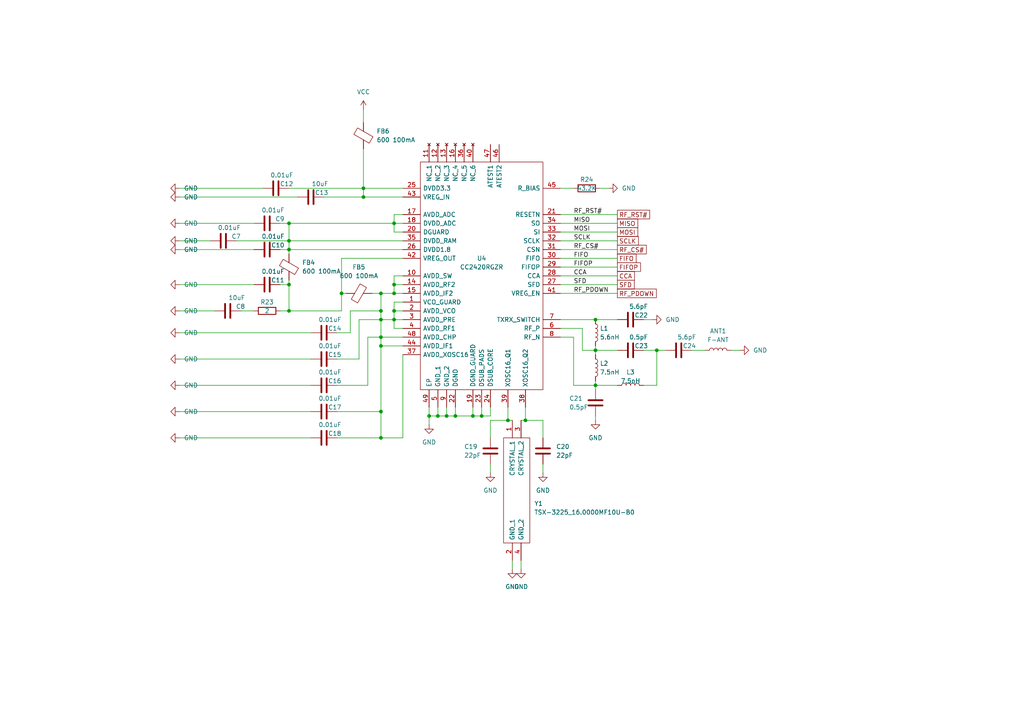
<source format=kicad_sch>
(kicad_sch (version 20211123) (generator eeschema)

  (uuid 1df0a18d-4497-40cd-ad71-4801f734276b)

  (paper "A4")

  (lib_symbols
    (symbol "Device:C" (pin_numbers hide) (pin_names (offset 0.254)) (in_bom yes) (on_board yes)
      (property "Reference" "C" (id 0) (at 0.635 2.54 0)
        (effects (font (size 1.27 1.27)) (justify left))
      )
      (property "Value" "C" (id 1) (at 0.635 -2.54 0)
        (effects (font (size 1.27 1.27)) (justify left))
      )
      (property "Footprint" "" (id 2) (at 0.9652 -3.81 0)
        (effects (font (size 1.27 1.27)) hide)
      )
      (property "Datasheet" "~" (id 3) (at 0 0 0)
        (effects (font (size 1.27 1.27)) hide)
      )
      (property "ki_keywords" "cap capacitor" (id 4) (at 0 0 0)
        (effects (font (size 1.27 1.27)) hide)
      )
      (property "ki_description" "Unpolarized capacitor" (id 5) (at 0 0 0)
        (effects (font (size 1.27 1.27)) hide)
      )
      (property "ki_fp_filters" "C_*" (id 6) (at 0 0 0)
        (effects (font (size 1.27 1.27)) hide)
      )
      (symbol "C_0_1"
        (polyline
          (pts
            (xy -2.032 -0.762)
            (xy 2.032 -0.762)
          )
          (stroke (width 0.508) (type default) (color 0 0 0 0))
          (fill (type none))
        )
        (polyline
          (pts
            (xy -2.032 0.762)
            (xy 2.032 0.762)
          )
          (stroke (width 0.508) (type default) (color 0 0 0 0))
          (fill (type none))
        )
      )
      (symbol "C_1_1"
        (pin passive line (at 0 3.81 270) (length 2.794)
          (name "~" (effects (font (size 1.27 1.27))))
          (number "1" (effects (font (size 1.27 1.27))))
        )
        (pin passive line (at 0 -3.81 90) (length 2.794)
          (name "~" (effects (font (size 1.27 1.27))))
          (number "2" (effects (font (size 1.27 1.27))))
        )
      )
    )
    (symbol "Device:FerriteBead" (pin_numbers hide) (pin_names (offset 0)) (in_bom yes) (on_board yes)
      (property "Reference" "FB" (id 0) (at -3.81 0.635 90)
        (effects (font (size 1.27 1.27)))
      )
      (property "Value" "FerriteBead" (id 1) (at 3.81 0 90)
        (effects (font (size 1.27 1.27)))
      )
      (property "Footprint" "" (id 2) (at -1.778 0 90)
        (effects (font (size 1.27 1.27)) hide)
      )
      (property "Datasheet" "~" (id 3) (at 0 0 0)
        (effects (font (size 1.27 1.27)) hide)
      )
      (property "ki_keywords" "L ferrite bead inductor filter" (id 4) (at 0 0 0)
        (effects (font (size 1.27 1.27)) hide)
      )
      (property "ki_description" "Ferrite bead" (id 5) (at 0 0 0)
        (effects (font (size 1.27 1.27)) hide)
      )
      (property "ki_fp_filters" "Inductor_* L_* *Ferrite*" (id 6) (at 0 0 0)
        (effects (font (size 1.27 1.27)) hide)
      )
      (symbol "FerriteBead_0_1"
        (polyline
          (pts
            (xy 0 -1.27)
            (xy 0 -1.2192)
          )
          (stroke (width 0) (type default) (color 0 0 0 0))
          (fill (type none))
        )
        (polyline
          (pts
            (xy 0 1.27)
            (xy 0 1.2954)
          )
          (stroke (width 0) (type default) (color 0 0 0 0))
          (fill (type none))
        )
        (polyline
          (pts
            (xy -2.7686 0.4064)
            (xy -1.7018 2.2606)
            (xy 2.7686 -0.3048)
            (xy 1.6764 -2.159)
            (xy -2.7686 0.4064)
          )
          (stroke (width 0) (type default) (color 0 0 0 0))
          (fill (type none))
        )
      )
      (symbol "FerriteBead_1_1"
        (pin passive line (at 0 3.81 270) (length 2.54)
          (name "~" (effects (font (size 1.27 1.27))))
          (number "1" (effects (font (size 1.27 1.27))))
        )
        (pin passive line (at 0 -3.81 90) (length 2.54)
          (name "~" (effects (font (size 1.27 1.27))))
          (number "2" (effects (font (size 1.27 1.27))))
        )
      )
    )
    (symbol "Device:L" (pin_numbers hide) (pin_names (offset 1.016) hide) (in_bom yes) (on_board yes)
      (property "Reference" "L" (id 0) (at -1.27 0 90)
        (effects (font (size 1.27 1.27)))
      )
      (property "Value" "L" (id 1) (at 1.905 0 90)
        (effects (font (size 1.27 1.27)))
      )
      (property "Footprint" "" (id 2) (at 0 0 0)
        (effects (font (size 1.27 1.27)) hide)
      )
      (property "Datasheet" "~" (id 3) (at 0 0 0)
        (effects (font (size 1.27 1.27)) hide)
      )
      (property "ki_keywords" "inductor choke coil reactor magnetic" (id 4) (at 0 0 0)
        (effects (font (size 1.27 1.27)) hide)
      )
      (property "ki_description" "Inductor" (id 5) (at 0 0 0)
        (effects (font (size 1.27 1.27)) hide)
      )
      (property "ki_fp_filters" "Choke_* *Coil* Inductor_* L_*" (id 6) (at 0 0 0)
        (effects (font (size 1.27 1.27)) hide)
      )
      (symbol "L_0_1"
        (arc (start 0 -2.54) (mid 0.635 -1.905) (end 0 -1.27)
          (stroke (width 0) (type default) (color 0 0 0 0))
          (fill (type none))
        )
        (arc (start 0 -1.27) (mid 0.635 -0.635) (end 0 0)
          (stroke (width 0) (type default) (color 0 0 0 0))
          (fill (type none))
        )
        (arc (start 0 0) (mid 0.635 0.635) (end 0 1.27)
          (stroke (width 0) (type default) (color 0 0 0 0))
          (fill (type none))
        )
        (arc (start 0 1.27) (mid 0.635 1.905) (end 0 2.54)
          (stroke (width 0) (type default) (color 0 0 0 0))
          (fill (type none))
        )
      )
      (symbol "L_1_1"
        (pin passive line (at 0 3.81 270) (length 1.27)
          (name "1" (effects (font (size 1.27 1.27))))
          (number "1" (effects (font (size 1.27 1.27))))
        )
        (pin passive line (at 0 -3.81 90) (length 1.27)
          (name "2" (effects (font (size 1.27 1.27))))
          (number "2" (effects (font (size 1.27 1.27))))
        )
      )
    )
    (symbol "Device:R" (pin_numbers hide) (pin_names (offset 0)) (in_bom yes) (on_board yes)
      (property "Reference" "R" (id 0) (at 2.032 0 90)
        (effects (font (size 1.27 1.27)))
      )
      (property "Value" "R" (id 1) (at 0 0 90)
        (effects (font (size 1.27 1.27)))
      )
      (property "Footprint" "" (id 2) (at -1.778 0 90)
        (effects (font (size 1.27 1.27)) hide)
      )
      (property "Datasheet" "~" (id 3) (at 0 0 0)
        (effects (font (size 1.27 1.27)) hide)
      )
      (property "ki_keywords" "R res resistor" (id 4) (at 0 0 0)
        (effects (font (size 1.27 1.27)) hide)
      )
      (property "ki_description" "Resistor" (id 5) (at 0 0 0)
        (effects (font (size 1.27 1.27)) hide)
      )
      (property "ki_fp_filters" "R_*" (id 6) (at 0 0 0)
        (effects (font (size 1.27 1.27)) hide)
      )
      (symbol "R_0_1"
        (rectangle (start -1.016 -2.54) (end 1.016 2.54)
          (stroke (width 0.254) (type default) (color 0 0 0 0))
          (fill (type none))
        )
      )
      (symbol "R_1_1"
        (pin passive line (at 0 3.81 270) (length 1.27)
          (name "~" (effects (font (size 1.27 1.27))))
          (number "1" (effects (font (size 1.27 1.27))))
        )
        (pin passive line (at 0 -3.81 90) (length 1.27)
          (name "~" (effects (font (size 1.27 1.27))))
          (number "2" (effects (font (size 1.27 1.27))))
        )
      )
    )
    (symbol "SamacSys_Parts:CC2420RGZR" (pin_names (offset 0.762)) (in_bom yes) (on_board yes)
      (property "Reference" "IC" (id 0) (at 41.91 25.4 0)
        (effects (font (size 1.27 1.27)) (justify left))
      )
      (property "Value" "CC2420RGZR" (id 1) (at 41.91 22.86 0)
        (effects (font (size 1.27 1.27)) (justify left))
      )
      (property "Footprint" "QFN50P700X700X100-49N-D" (id 2) (at 41.91 20.32 0)
        (effects (font (size 1.27 1.27)) (justify left) hide)
      )
      (property "Datasheet" "https://www.ti.com/lit/ds/symlink/cc2420.pdf?ts=1634912289937&ref_url=https%253A%252F%252Fwww.ti.com%252Fstore%252Fti%252Fen%252Fp%252Fproduct%252F%253Fp%253DCC2420RGZR" (id 3) (at 41.91 17.78 0)
        (effects (font (size 1.27 1.27)) (justify left) hide)
      )
      (property "Description" "TEXAS INSTRUMENTS - CC2420RGZR - RF Transceiver, 2.4GHz to 2.4835GHz, O-QPSK, 250 Kbps, 24dBm out, -95dBm in, 1.6V to 3.6V, VQFN-48" (id 4) (at 41.91 15.24 0)
        (effects (font (size 1.27 1.27)) (justify left) hide)
      )
      (property "Height" "1" (id 5) (at 41.91 12.7 0)
        (effects (font (size 1.27 1.27)) (justify left) hide)
      )
      (property "Manufacturer_Name" "Texas Instruments" (id 6) (at 41.91 10.16 0)
        (effects (font (size 1.27 1.27)) (justify left) hide)
      )
      (property "Manufacturer_Part_Number" "CC2420RGZR" (id 7) (at 41.91 7.62 0)
        (effects (font (size 1.27 1.27)) (justify left) hide)
      )
      (property "Mouser Part Number" "595-CC2420RGZR" (id 8) (at 41.91 5.08 0)
        (effects (font (size 1.27 1.27)) (justify left) hide)
      )
      (property "Mouser Price/Stock" "https://www.mouser.co.uk/ProductDetail/Texas-Instruments/CC2420RGZR?qs=TJpHc8aD%2FbYFUkw8dkgI3w%3D%3D" (id 9) (at 41.91 2.54 0)
        (effects (font (size 1.27 1.27)) (justify left) hide)
      )
      (property "Arrow Part Number" "CC2420RGZR" (id 10) (at 41.91 0 0)
        (effects (font (size 1.27 1.27)) (justify left) hide)
      )
      (property "Arrow Price/Stock" "https://www.arrow.com/en/products/cc2420rgzr/texas-instruments?region=nac" (id 11) (at 41.91 -2.54 0)
        (effects (font (size 1.27 1.27)) (justify left) hide)
      )
      (property "Mouser Testing Part Number" "" (id 12) (at 41.91 -5.08 0)
        (effects (font (size 1.27 1.27)) (justify left) hide)
      )
      (property "Mouser Testing Price/Stock" "" (id 13) (at 41.91 -7.62 0)
        (effects (font (size 1.27 1.27)) (justify left) hide)
      )
      (property "ki_description" "TEXAS INSTRUMENTS - CC2420RGZR - RF Transceiver, 2.4GHz to 2.4835GHz, O-QPSK, 250 Kbps, 24dBm out, -95dBm in, 1.6V to 3.6V, VQFN-48" (id 14) (at 0 0 0)
        (effects (font (size 1.27 1.27)) hide)
      )
      (symbol "CC2420RGZR_0_0"
        (pin passive line (at 0 -20.32 0) (length 5.08)
          (name "VCO_GUARD" (effects (font (size 1.27 1.27))))
          (number "1" (effects (font (size 1.27 1.27))))
        )
        (pin passive line (at 0 -12.7 0) (length 5.08)
          (name "AVDD_SW" (effects (font (size 1.27 1.27))))
          (number "10" (effects (font (size 1.27 1.27))))
        )
        (pin no_connect line (at 7.62 25.4 270) (length 5.08)
          (name "NC_1" (effects (font (size 1.27 1.27))))
          (number "11" (effects (font (size 1.27 1.27))))
        )
        (pin no_connect line (at 10.16 25.4 270) (length 5.08)
          (name "NC_2" (effects (font (size 1.27 1.27))))
          (number "12" (effects (font (size 1.27 1.27))))
        )
        (pin no_connect line (at 12.7 25.4 270) (length 5.08)
          (name "NC_3" (effects (font (size 1.27 1.27))))
          (number "13" (effects (font (size 1.27 1.27))))
        )
        (pin passive line (at 0 -15.24 0) (length 5.08)
          (name "AVDD_RF2" (effects (font (size 1.27 1.27))))
          (number "14" (effects (font (size 1.27 1.27))))
        )
        (pin passive line (at 0 -17.78 0) (length 5.08)
          (name "AVDD_IF2" (effects (font (size 1.27 1.27))))
          (number "15" (effects (font (size 1.27 1.27))))
        )
        (pin no_connect line (at 15.24 25.4 270) (length 5.08)
          (name "NC_4" (effects (font (size 1.27 1.27))))
          (number "16" (effects (font (size 1.27 1.27))))
        )
        (pin passive line (at 0 5.08 0) (length 5.08)
          (name "AVDD_ADC" (effects (font (size 1.27 1.27))))
          (number "17" (effects (font (size 1.27 1.27))))
        )
        (pin passive line (at 0 2.54 0) (length 5.08)
          (name "DVDD_ADC" (effects (font (size 1.27 1.27))))
          (number "18" (effects (font (size 1.27 1.27))))
        )
        (pin passive line (at 20.32 -50.8 90) (length 5.08)
          (name "DGND_GUARD" (effects (font (size 1.27 1.27))))
          (number "19" (effects (font (size 1.27 1.27))))
        )
        (pin passive line (at 0 -22.86 0) (length 5.08)
          (name "AVDD_VCO" (effects (font (size 1.27 1.27))))
          (number "2" (effects (font (size 1.27 1.27))))
        )
        (pin passive line (at 0 0 0) (length 5.08)
          (name "DGUARD" (effects (font (size 1.27 1.27))))
          (number "20" (effects (font (size 1.27 1.27))))
        )
        (pin passive line (at 45.72 5.08 180) (length 5.08)
          (name "RESETN" (effects (font (size 1.27 1.27))))
          (number "21" (effects (font (size 1.27 1.27))))
        )
        (pin passive line (at 15.24 -50.8 90) (length 5.08)
          (name "DGND" (effects (font (size 1.27 1.27))))
          (number "22" (effects (font (size 1.27 1.27))))
        )
        (pin passive line (at 22.86 -50.8 90) (length 5.08)
          (name "DSUB_PADS" (effects (font (size 1.27 1.27))))
          (number "23" (effects (font (size 1.27 1.27))))
        )
        (pin passive line (at 25.4 -50.8 90) (length 5.08)
          (name "DSUB_CORE" (effects (font (size 1.27 1.27))))
          (number "24" (effects (font (size 1.27 1.27))))
        )
        (pin passive line (at 0 12.7 0) (length 5.08)
          (name "DVDD3.3" (effects (font (size 1.27 1.27))))
          (number "25" (effects (font (size 1.27 1.27))))
        )
        (pin passive line (at 0 -5.08 0) (length 5.08)
          (name "DVDD1.8" (effects (font (size 1.27 1.27))))
          (number "26" (effects (font (size 1.27 1.27))))
        )
        (pin passive line (at 45.72 -15.24 180) (length 5.08)
          (name "SFD" (effects (font (size 1.27 1.27))))
          (number "27" (effects (font (size 1.27 1.27))))
        )
        (pin passive line (at 45.72 -12.7 180) (length 5.08)
          (name "CCA" (effects (font (size 1.27 1.27))))
          (number "28" (effects (font (size 1.27 1.27))))
        )
        (pin passive line (at 45.72 -10.16 180) (length 5.08)
          (name "FIFOP" (effects (font (size 1.27 1.27))))
          (number "29" (effects (font (size 1.27 1.27))))
        )
        (pin passive line (at 0 -25.4 0) (length 5.08)
          (name "AVDD_PRE" (effects (font (size 1.27 1.27))))
          (number "3" (effects (font (size 1.27 1.27))))
        )
        (pin passive line (at 45.72 -7.62 180) (length 5.08)
          (name "FIFO" (effects (font (size 1.27 1.27))))
          (number "30" (effects (font (size 1.27 1.27))))
        )
        (pin passive line (at 45.72 -5.08 180) (length 5.08)
          (name "CSN" (effects (font (size 1.27 1.27))))
          (number "31" (effects (font (size 1.27 1.27))))
        )
        (pin passive line (at 45.72 -2.54 180) (length 5.08)
          (name "SCLK" (effects (font (size 1.27 1.27))))
          (number "32" (effects (font (size 1.27 1.27))))
        )
        (pin passive line (at 45.72 0 180) (length 5.08)
          (name "SI" (effects (font (size 1.27 1.27))))
          (number "33" (effects (font (size 1.27 1.27))))
        )
        (pin passive line (at 45.72 2.54 180) (length 5.08)
          (name "SO" (effects (font (size 1.27 1.27))))
          (number "34" (effects (font (size 1.27 1.27))))
        )
        (pin passive line (at 0 -2.54 0) (length 5.08)
          (name "DVDD_RAM" (effects (font (size 1.27 1.27))))
          (number "35" (effects (font (size 1.27 1.27))))
        )
        (pin no_connect line (at 17.78 25.4 270) (length 5.08)
          (name "NC_5" (effects (font (size 1.27 1.27))))
          (number "36" (effects (font (size 1.27 1.27))))
        )
        (pin passive line (at 0 -35.56 0) (length 5.08)
          (name "AVDD_XOSC16" (effects (font (size 1.27 1.27))))
          (number "37" (effects (font (size 1.27 1.27))))
        )
        (pin passive line (at 35.56 -50.8 90) (length 5.08)
          (name "XOSC16_Q2" (effects (font (size 1.27 1.27))))
          (number "38" (effects (font (size 1.27 1.27))))
        )
        (pin passive line (at 30.48 -50.8 90) (length 5.08)
          (name "XOSC16_Q1" (effects (font (size 1.27 1.27))))
          (number "39" (effects (font (size 1.27 1.27))))
        )
        (pin passive line (at 0 -27.94 0) (length 5.08)
          (name "AVDD_RF1" (effects (font (size 1.27 1.27))))
          (number "4" (effects (font (size 1.27 1.27))))
        )
        (pin no_connect line (at 20.32 25.4 270) (length 5.08)
          (name "NC_6" (effects (font (size 1.27 1.27))))
          (number "40" (effects (font (size 1.27 1.27))))
        )
        (pin passive line (at 45.72 -17.78 180) (length 5.08)
          (name "VREG_EN" (effects (font (size 1.27 1.27))))
          (number "41" (effects (font (size 1.27 1.27))))
        )
        (pin passive line (at 0 -7.62 0) (length 5.08)
          (name "VREG_OUT" (effects (font (size 1.27 1.27))))
          (number "42" (effects (font (size 1.27 1.27))))
        )
        (pin passive line (at 0 10.16 0) (length 5.08)
          (name "VREG_IN" (effects (font (size 1.27 1.27))))
          (number "43" (effects (font (size 1.27 1.27))))
        )
        (pin passive line (at 0 -33.02 0) (length 5.08)
          (name "AVDD_IF1" (effects (font (size 1.27 1.27))))
          (number "44" (effects (font (size 1.27 1.27))))
        )
        (pin passive line (at 45.72 12.7 180) (length 5.08)
          (name "R_BIAS" (effects (font (size 1.27 1.27))))
          (number "45" (effects (font (size 1.27 1.27))))
        )
        (pin passive line (at 27.94 25.4 270) (length 5.08)
          (name "ATEST2" (effects (font (size 1.27 1.27))))
          (number "46" (effects (font (size 1.27 1.27))))
        )
        (pin passive line (at 25.4 25.4 270) (length 5.08)
          (name "ATEST1" (effects (font (size 1.27 1.27))))
          (number "47" (effects (font (size 1.27 1.27))))
        )
        (pin passive line (at 0 -30.48 0) (length 5.08)
          (name "AVDD_CHP" (effects (font (size 1.27 1.27))))
          (number "48" (effects (font (size 1.27 1.27))))
        )
        (pin passive line (at 7.62 -50.8 90) (length 5.08)
          (name "EP" (effects (font (size 1.27 1.27))))
          (number "49" (effects (font (size 1.27 1.27))))
        )
        (pin passive line (at 10.16 -50.8 90) (length 5.08)
          (name "GND_1" (effects (font (size 1.27 1.27))))
          (number "5" (effects (font (size 1.27 1.27))))
        )
        (pin passive line (at 45.72 -27.94 180) (length 5.08)
          (name "RF_P" (effects (font (size 1.27 1.27))))
          (number "6" (effects (font (size 1.27 1.27))))
        )
        (pin passive line (at 45.72 -25.4 180) (length 5.08)
          (name "TXRX_SWITCH" (effects (font (size 1.27 1.27))))
          (number "7" (effects (font (size 1.27 1.27))))
        )
        (pin passive line (at 45.72 -30.48 180) (length 5.08)
          (name "RF_N" (effects (font (size 1.27 1.27))))
          (number "8" (effects (font (size 1.27 1.27))))
        )
        (pin passive line (at 12.7 -50.8 90) (length 5.08)
          (name "GND_2" (effects (font (size 1.27 1.27))))
          (number "9" (effects (font (size 1.27 1.27))))
        )
      )
      (symbol "CC2420RGZR_0_1"
        (polyline
          (pts
            (xy 5.08 20.32)
            (xy 40.64 20.32)
            (xy 40.64 -45.72)
            (xy 5.08 -45.72)
            (xy 5.08 20.32)
          )
          (stroke (width 0.1524) (type default) (color 0 0 0 0))
          (fill (type none))
        )
      )
    )
    (symbol "SamacSys_Parts:TSX-3225_16.0000MF10U-B0" (pin_names (offset 0.762)) (in_bom yes) (on_board yes)
      (property "Reference" "Y" (id 0) (at 36.83 7.62 0)
        (effects (font (size 1.27 1.27)) (justify left))
      )
      (property "Value" "TSX-3225_16.0000MF10U-B0" (id 1) (at 36.83 5.08 0)
        (effects (font (size 1.27 1.27)) (justify left))
      )
      (property "Footprint" "TSX3225240000MF20GAC0" (id 2) (at 36.83 2.54 0)
        (effects (font (size 1.27 1.27)) (justify left) hide)
      )
      (property "Datasheet" "https://support.epson.biz/td/api/doc_check.php?dl=brief_TSX-3225&lang=en" (id 3) (at 36.83 0 0)
        (effects (font (size 1.27 1.27)) (justify left) hide)
      )
      (property "Description" "Crystals 16MHz 10ppm 16pF -10C +60C" (id 4) (at 36.83 -2.54 0)
        (effects (font (size 1.27 1.27)) (justify left) hide)
      )
      (property "Height" "0.6" (id 5) (at 36.83 -5.08 0)
        (effects (font (size 1.27 1.27)) (justify left) hide)
      )
      (property "Manufacturer_Name" "Epson Timing" (id 6) (at 36.83 -7.62 0)
        (effects (font (size 1.27 1.27)) (justify left) hide)
      )
      (property "Manufacturer_Part_Number" "TSX-3225 16.0000MF10U-B0" (id 7) (at 36.83 -10.16 0)
        (effects (font (size 1.27 1.27)) (justify left) hide)
      )
      (property "Mouser Part Number" "732-322516MF10U-B0" (id 8) (at 36.83 -12.7 0)
        (effects (font (size 1.27 1.27)) (justify left) hide)
      )
      (property "Mouser Price/Stock" "https://www.mouser.co.uk/ProductDetail/Epson-Timing/TSX-3225-16.0000MF10U-B0?qs=%252B0hcjpVv37o282i6EmdVvw%3D%3D" (id 9) (at 36.83 -15.24 0)
        (effects (font (size 1.27 1.27)) (justify left) hide)
      )
      (property "Arrow Part Number" "" (id 10) (at 36.83 -17.78 0)
        (effects (font (size 1.27 1.27)) (justify left) hide)
      )
      (property "Arrow Price/Stock" "" (id 11) (at 36.83 -20.32 0)
        (effects (font (size 1.27 1.27)) (justify left) hide)
      )
      (property "Mouser Testing Part Number" "" (id 12) (at 36.83 -22.86 0)
        (effects (font (size 1.27 1.27)) (justify left) hide)
      )
      (property "Mouser Testing Price/Stock" "" (id 13) (at 36.83 -25.4 0)
        (effects (font (size 1.27 1.27)) (justify left) hide)
      )
      (property "ki_description" "Crystals 16MHz 10ppm 16pF -10C +60C" (id 14) (at 0 0 0)
        (effects (font (size 1.27 1.27)) hide)
      )
      (symbol "TSX-3225_16.0000MF10U-B0_0_0"
        (pin passive line (at 0 -2.54 0) (length 5.08)
          (name "CRYSTAL_1" (effects (font (size 1.27 1.27))))
          (number "1" (effects (font (size 1.27 1.27))))
        )
        (pin passive line (at 40.64 -2.54 180) (length 5.08)
          (name "GND_1" (effects (font (size 1.27 1.27))))
          (number "2" (effects (font (size 1.27 1.27))))
        )
        (pin passive line (at 0 0 0) (length 5.08)
          (name "CRYSTAL_2" (effects (font (size 1.27 1.27))))
          (number "3" (effects (font (size 1.27 1.27))))
        )
        (pin passive line (at 40.64 0 180) (length 5.08)
          (name "GND_2" (effects (font (size 1.27 1.27))))
          (number "4" (effects (font (size 1.27 1.27))))
        )
      )
      (symbol "TSX-3225_16.0000MF10U-B0_0_1"
        (polyline
          (pts
            (xy 5.08 2.54)
            (xy 35.56 2.54)
            (xy 35.56 -5.08)
            (xy 5.08 -5.08)
            (xy 5.08 2.54)
          )
          (stroke (width 0.1524) (type default) (color 0 0 0 0))
          (fill (type none))
        )
      )
    )
    (symbol "power:GND" (power) (pin_names (offset 0)) (in_bom yes) (on_board yes)
      (property "Reference" "#PWR" (id 0) (at 0 -6.35 0)
        (effects (font (size 1.27 1.27)) hide)
      )
      (property "Value" "GND" (id 1) (at 0 -3.81 0)
        (effects (font (size 1.27 1.27)))
      )
      (property "Footprint" "" (id 2) (at 0 0 0)
        (effects (font (size 1.27 1.27)) hide)
      )
      (property "Datasheet" "" (id 3) (at 0 0 0)
        (effects (font (size 1.27 1.27)) hide)
      )
      (property "ki_keywords" "power-flag" (id 4) (at 0 0 0)
        (effects (font (size 1.27 1.27)) hide)
      )
      (property "ki_description" "Power symbol creates a global label with name \"GND\" , ground" (id 5) (at 0 0 0)
        (effects (font (size 1.27 1.27)) hide)
      )
      (symbol "GND_0_1"
        (polyline
          (pts
            (xy 0 0)
            (xy 0 -1.27)
            (xy 1.27 -1.27)
            (xy 0 -2.54)
            (xy -1.27 -1.27)
            (xy 0 -1.27)
          )
          (stroke (width 0) (type default) (color 0 0 0 0))
          (fill (type none))
        )
      )
      (symbol "GND_1_1"
        (pin power_in line (at 0 0 270) (length 0) hide
          (name "GND" (effects (font (size 1.27 1.27))))
          (number "1" (effects (font (size 1.27 1.27))))
        )
      )
    )
    (symbol "power:VCC" (power) (pin_names (offset 0)) (in_bom yes) (on_board yes)
      (property "Reference" "#PWR" (id 0) (at 0 -3.81 0)
        (effects (font (size 1.27 1.27)) hide)
      )
      (property "Value" "VCC" (id 1) (at 0 3.81 0)
        (effects (font (size 1.27 1.27)))
      )
      (property "Footprint" "" (id 2) (at 0 0 0)
        (effects (font (size 1.27 1.27)) hide)
      )
      (property "Datasheet" "" (id 3) (at 0 0 0)
        (effects (font (size 1.27 1.27)) hide)
      )
      (property "ki_keywords" "power-flag" (id 4) (at 0 0 0)
        (effects (font (size 1.27 1.27)) hide)
      )
      (property "ki_description" "Power symbol creates a global label with name \"VCC\"" (id 5) (at 0 0 0)
        (effects (font (size 1.27 1.27)) hide)
      )
      (symbol "VCC_0_1"
        (polyline
          (pts
            (xy -0.762 1.27)
            (xy 0 2.54)
          )
          (stroke (width 0) (type default) (color 0 0 0 0))
          (fill (type none))
        )
        (polyline
          (pts
            (xy 0 0)
            (xy 0 2.54)
          )
          (stroke (width 0) (type default) (color 0 0 0 0))
          (fill (type none))
        )
        (polyline
          (pts
            (xy 0 2.54)
            (xy 0.762 1.27)
          )
          (stroke (width 0) (type default) (color 0 0 0 0))
          (fill (type none))
        )
      )
      (symbol "VCC_1_1"
        (pin power_in line (at 0 0 90) (length 0) hide
          (name "VCC" (effects (font (size 1.27 1.27))))
          (number "1" (effects (font (size 1.27 1.27))))
        )
      )
    )
  )

  (junction (at 152.4 121.92) (diameter 0) (color 0 0 0 0)
    (uuid 04c56450-a065-4e2a-ba76-8ca3002df5d0)
  )
  (junction (at 132.08 120.65) (diameter 0) (color 0 0 0 0)
    (uuid 04cae802-0340-4552-884f-1f7a7de8fe27)
  )
  (junction (at 110.49 92.71) (diameter 0) (color 0 0 0 0)
    (uuid 0b916e90-0644-412c-9434-2d0df83015b5)
  )
  (junction (at 190.5 101.6) (diameter 0) (color 0 0 0 0)
    (uuid 0e06cf10-639a-434b-9d7e-c0d9da345567)
  )
  (junction (at 110.49 127) (diameter 0) (color 0 0 0 0)
    (uuid 23db1873-af87-40e5-9b41-3c1cc8201270)
  )
  (junction (at 110.49 119.38) (diameter 0) (color 0 0 0 0)
    (uuid 24e40748-2bc4-4318-8826-26e7e3623e1e)
  )
  (junction (at 172.72 101.6) (diameter 0) (color 0 0 0 0)
    (uuid 3183b8da-c02b-4815-ad1e-3fbf8b1c7f96)
  )
  (junction (at 114.3 85.09) (diameter 0) (color 0 0 0 0)
    (uuid 31967ccf-d998-478b-aa92-d1cd64ed0e5a)
  )
  (junction (at 83.82 64.77) (diameter 0) (color 0 0 0 0)
    (uuid 321b43d8-c4d7-4a12-adda-3b1d4e3a5087)
  )
  (junction (at 114.3 82.55) (diameter 0) (color 0 0 0 0)
    (uuid 33b96512-29d7-4023-91ac-f8c2bacb78e1)
  )
  (junction (at 129.54 120.65) (diameter 0) (color 0 0 0 0)
    (uuid 39dafbfa-aa58-413d-9fee-82c07d0ec21f)
  )
  (junction (at 83.82 82.55) (diameter 0) (color 0 0 0 0)
    (uuid 4acdf0c4-99d9-4094-993c-a88577eb3ade)
  )
  (junction (at 105.41 54.61) (diameter 0) (color 0 0 0 0)
    (uuid 4ad9ca94-761b-4525-9991-7f5bb5d9bf53)
  )
  (junction (at 110.49 85.09) (diameter 0) (color 0 0 0 0)
    (uuid 4b691271-88be-4b19-9c82-b9cc2eb1e8be)
  )
  (junction (at 114.3 90.17) (diameter 0) (color 0 0 0 0)
    (uuid 5767dde6-2b2c-44e5-848c-5e9e6fc93cd7)
  )
  (junction (at 110.49 90.17) (diameter 0) (color 0 0 0 0)
    (uuid 626b3224-bd3f-4499-b0c8-359db2cbbc5a)
  )
  (junction (at 137.16 120.65) (diameter 0) (color 0 0 0 0)
    (uuid 64df6054-81c5-4b27-9238-0d340e3a0575)
  )
  (junction (at 110.49 97.79) (diameter 0) (color 0 0 0 0)
    (uuid 65754d37-855e-43d2-beb4-110301f13c2e)
  )
  (junction (at 110.49 100.33) (diameter 0) (color 0 0 0 0)
    (uuid 66119693-eac3-40fa-ac20-cc008734f6f9)
  )
  (junction (at 127 120.65) (diameter 0) (color 0 0 0 0)
    (uuid 6c097e65-2ef7-4912-8a8b-b825fffbb440)
  )
  (junction (at 172.72 92.71) (diameter 0) (color 0 0 0 0)
    (uuid 8d0072ae-51b9-4f26-8cd6-fc74d8db30a6)
  )
  (junction (at 172.72 111.76) (diameter 0) (color 0 0 0 0)
    (uuid 91c56479-3bff-4790-b48f-62819ba37f76)
  )
  (junction (at 139.7 120.65) (diameter 0) (color 0 0 0 0)
    (uuid 953d75da-a21e-4487-819d-a1e61c185e2c)
  )
  (junction (at 83.82 90.17) (diameter 0) (color 0 0 0 0)
    (uuid 9e081029-d470-46e5-8c83-b257388e561e)
  )
  (junction (at 83.82 69.85) (diameter 0) (color 0 0 0 0)
    (uuid a852d929-a79e-40af-a55a-9faf0e5e7b43)
  )
  (junction (at 83.82 72.39) (diameter 0) (color 0 0 0 0)
    (uuid abc4a816-ff27-45f7-8767-d2e1a20f9159)
  )
  (junction (at 147.32 121.92) (diameter 0) (color 0 0 0 0)
    (uuid ac6a7b35-75c6-4b38-b11b-42ccd045aa62)
  )
  (junction (at 114.3 64.77) (diameter 0) (color 0 0 0 0)
    (uuid c18d50be-cb2d-4341-ba29-6599b9d7ae23)
  )
  (junction (at 105.41 57.15) (diameter 0) (color 0 0 0 0)
    (uuid d80cc41d-4baf-4fbf-ae3e-71bbaf59baeb)
  )
  (junction (at 99.06 85.09) (diameter 0) (color 0 0 0 0)
    (uuid dd069ecd-8cb9-457f-941a-506151697bda)
  )
  (junction (at 114.3 92.71) (diameter 0) (color 0 0 0 0)
    (uuid e45f2ac6-0b70-4009-bcfb-9b499ec395a4)
  )
  (junction (at 124.46 120.65) (diameter 0) (color 0 0 0 0)
    (uuid f71b9f31-a4ff-4a11-87ff-b83c89187cc9)
  )

  (wire (pts (xy 212.09 101.6) (xy 214.63 101.6))
    (stroke (width 0) (type default) (color 0 0 0 0))
    (uuid 0057c1f3-428c-45f3-b789-56fb62a6d4d6)
  )
  (wire (pts (xy 162.56 95.25) (xy 168.91 95.25))
    (stroke (width 0) (type default) (color 0 0 0 0))
    (uuid 0064ed98-5c66-4dc5-b29c-51a57c051d7d)
  )
  (wire (pts (xy 114.3 92.71) (xy 116.84 92.71))
    (stroke (width 0) (type default) (color 0 0 0 0))
    (uuid 044b8f47-070b-43db-b85e-f6c6fb00b9b3)
  )
  (wire (pts (xy 186.69 101.6) (xy 190.5 101.6))
    (stroke (width 0) (type default) (color 0 0 0 0))
    (uuid 04aabd19-cc95-4e0a-b0a1-40e3b00661ae)
  )
  (wire (pts (xy 116.84 127) (xy 116.84 102.87))
    (stroke (width 0) (type default) (color 0 0 0 0))
    (uuid 06662482-2ccd-4a42-b483-202c704a0f80)
  )
  (wire (pts (xy 81.28 72.39) (xy 83.82 72.39))
    (stroke (width 0) (type default) (color 0 0 0 0))
    (uuid 0bd4b150-7f9a-4c15-9fc0-0dbc0aa116fa)
  )
  (wire (pts (xy 114.3 90.17) (xy 114.3 92.71))
    (stroke (width 0) (type default) (color 0 0 0 0))
    (uuid 0e62388b-e3bd-4452-bd1a-26fe1e1687ea)
  )
  (wire (pts (xy 168.91 101.6) (xy 172.72 101.6))
    (stroke (width 0) (type default) (color 0 0 0 0))
    (uuid 11857890-ef0a-4297-a260-b1fe4e9989a3)
  )
  (wire (pts (xy 97.79 104.14) (xy 104.14 104.14))
    (stroke (width 0) (type default) (color 0 0 0 0))
    (uuid 11f93ade-efba-4285-a856-744d4f5312f6)
  )
  (wire (pts (xy 173.99 54.61) (xy 176.53 54.61))
    (stroke (width 0) (type default) (color 0 0 0 0))
    (uuid 124aefc1-c6c1-4625-a369-8230bda8a7b9)
  )
  (wire (pts (xy 110.49 119.38) (xy 110.49 127))
    (stroke (width 0) (type default) (color 0 0 0 0))
    (uuid 14aed3ad-9c89-4f2e-ade7-db55e309521a)
  )
  (wire (pts (xy 116.84 87.63) (xy 114.3 87.63))
    (stroke (width 0) (type default) (color 0 0 0 0))
    (uuid 14e4473a-e175-4f15-a0a8-3f1415a510da)
  )
  (wire (pts (xy 52.07 127) (xy 90.17 127))
    (stroke (width 0) (type default) (color 0 0 0 0))
    (uuid 15d8eb9e-5c7f-4546-8ec1-df00681f9211)
  )
  (wire (pts (xy 110.49 97.79) (xy 110.49 100.33))
    (stroke (width 0) (type default) (color 0 0 0 0))
    (uuid 1a6b0e75-b216-488e-8107-d15efe7e97db)
  )
  (wire (pts (xy 147.32 121.92) (xy 148.59 121.92))
    (stroke (width 0) (type default) (color 0 0 0 0))
    (uuid 1ae4d50f-f7f2-4d25-90b5-0529e2392d74)
  )
  (wire (pts (xy 97.79 127) (xy 110.49 127))
    (stroke (width 0) (type default) (color 0 0 0 0))
    (uuid 1c6e458c-ae05-4561-bb1b-4351f131cdcd)
  )
  (wire (pts (xy 129.54 120.65) (xy 127 120.65))
    (stroke (width 0) (type default) (color 0 0 0 0))
    (uuid 20ad373f-e4c6-44c0-878b-46b2cb4fe3c7)
  )
  (wire (pts (xy 172.72 92.71) (xy 179.07 92.71))
    (stroke (width 0) (type default) (color 0 0 0 0))
    (uuid 230e837d-b0cf-459a-a6c0-ec4d8a087828)
  )
  (wire (pts (xy 186.69 92.71) (xy 189.23 92.71))
    (stroke (width 0) (type default) (color 0 0 0 0))
    (uuid 2321ebd4-1bb7-4f74-a757-92cf447992c9)
  )
  (wire (pts (xy 110.49 85.09) (xy 114.3 85.09))
    (stroke (width 0) (type default) (color 0 0 0 0))
    (uuid 2422f214-04ef-4918-9283-191026660af9)
  )
  (wire (pts (xy 162.56 97.79) (xy 166.37 97.79))
    (stroke (width 0) (type default) (color 0 0 0 0))
    (uuid 2ab0b214-0f1d-4d21-a1d5-8f3c216a32ea)
  )
  (wire (pts (xy 172.72 111.76) (xy 179.07 111.76))
    (stroke (width 0) (type default) (color 0 0 0 0))
    (uuid 2c99acd9-0bd0-48cc-8359-19a06a85d83b)
  )
  (wire (pts (xy 105.41 57.15) (xy 116.84 57.15))
    (stroke (width 0) (type default) (color 0 0 0 0))
    (uuid 2dd7d482-bc56-4272-8b15-5013c35240ad)
  )
  (wire (pts (xy 52.07 90.17) (xy 62.23 90.17))
    (stroke (width 0) (type default) (color 0 0 0 0))
    (uuid 2f69e295-8e31-48e8-8674-248d52ade656)
  )
  (wire (pts (xy 157.48 121.92) (xy 152.4 121.92))
    (stroke (width 0) (type default) (color 0 0 0 0))
    (uuid 32a1c8fa-11f9-4828-bc59-481a714966d1)
  )
  (wire (pts (xy 172.72 110.49) (xy 172.72 111.76))
    (stroke (width 0) (type default) (color 0 0 0 0))
    (uuid 367f47eb-7a27-4e71-9a3b-925cd0471a88)
  )
  (wire (pts (xy 162.56 54.61) (xy 166.37 54.61))
    (stroke (width 0) (type default) (color 0 0 0 0))
    (uuid 36bfa558-d201-42f4-9f0b-aff4e91fd991)
  )
  (wire (pts (xy 81.28 64.77) (xy 83.82 64.77))
    (stroke (width 0) (type default) (color 0 0 0 0))
    (uuid 4321c8a5-3058-4009-866a-9f11f06857fd)
  )
  (wire (pts (xy 52.07 119.38) (xy 90.17 119.38))
    (stroke (width 0) (type default) (color 0 0 0 0))
    (uuid 44bcbe54-915e-4040-9f03-00d9fa7fc4d3)
  )
  (wire (pts (xy 162.56 82.55) (xy 179.07 82.55))
    (stroke (width 0) (type default) (color 0 0 0 0))
    (uuid 44f16964-fcad-4159-a34d-18c8890f42cf)
  )
  (wire (pts (xy 83.82 69.85) (xy 116.84 69.85))
    (stroke (width 0) (type default) (color 0 0 0 0))
    (uuid 489d6345-0bab-4221-8de4-9cd7ffaab383)
  )
  (wire (pts (xy 157.48 134.62) (xy 157.48 137.16))
    (stroke (width 0) (type default) (color 0 0 0 0))
    (uuid 48f4b9c4-fe06-463d-a74f-8667028fbbfb)
  )
  (wire (pts (xy 114.3 90.17) (xy 116.84 90.17))
    (stroke (width 0) (type default) (color 0 0 0 0))
    (uuid 493c856f-f207-43cb-ac27-2a1ddbca12ff)
  )
  (wire (pts (xy 114.3 92.71) (xy 114.3 95.25))
    (stroke (width 0) (type default) (color 0 0 0 0))
    (uuid 4b635e86-f027-434e-b59d-b23566ef276b)
  )
  (wire (pts (xy 83.82 64.77) (xy 114.3 64.77))
    (stroke (width 0) (type default) (color 0 0 0 0))
    (uuid 4c7a4de3-dd8e-409a-a893-a2551140edf4)
  )
  (wire (pts (xy 110.49 127) (xy 116.84 127))
    (stroke (width 0) (type default) (color 0 0 0 0))
    (uuid 4d1d2b60-2723-4685-a2ea-4bb7286650c7)
  )
  (wire (pts (xy 151.13 162.56) (xy 151.13 165.1))
    (stroke (width 0) (type default) (color 0 0 0 0))
    (uuid 4dabb2b6-9f93-44b0-a80c-e5b623cbc2e8)
  )
  (wire (pts (xy 83.82 72.39) (xy 83.82 73.66))
    (stroke (width 0) (type default) (color 0 0 0 0))
    (uuid 4dbddf7a-7dbc-4696-a939-12395a93ad10)
  )
  (wire (pts (xy 142.24 121.92) (xy 147.32 121.92))
    (stroke (width 0) (type default) (color 0 0 0 0))
    (uuid 4de896aa-733a-43b8-ad2f-fc2db28da7da)
  )
  (wire (pts (xy 139.7 120.65) (xy 137.16 120.65))
    (stroke (width 0) (type default) (color 0 0 0 0))
    (uuid 4e7a2cb0-91f0-4502-8fd9-357dba98bce7)
  )
  (wire (pts (xy 52.07 69.85) (xy 60.96 69.85))
    (stroke (width 0) (type default) (color 0 0 0 0))
    (uuid 4f990096-8bb5-4443-80cb-2550354a6b0b)
  )
  (wire (pts (xy 83.82 72.39) (xy 116.84 72.39))
    (stroke (width 0) (type default) (color 0 0 0 0))
    (uuid 4f9a36a1-ca7c-4db6-b77e-5478b4831e92)
  )
  (wire (pts (xy 81.28 90.17) (xy 83.82 90.17))
    (stroke (width 0) (type default) (color 0 0 0 0))
    (uuid 53bfd6ed-15cb-4315-ad26-d8e5f74e96b4)
  )
  (wire (pts (xy 127 118.11) (xy 127 120.65))
    (stroke (width 0) (type default) (color 0 0 0 0))
    (uuid 542526c5-d201-4c8c-b831-ff0497b5a011)
  )
  (wire (pts (xy 93.98 57.15) (xy 105.41 57.15))
    (stroke (width 0) (type default) (color 0 0 0 0))
    (uuid 544d6418-1a94-41f4-b961-c5aa787957fe)
  )
  (wire (pts (xy 162.56 80.01) (xy 179.07 80.01))
    (stroke (width 0) (type default) (color 0 0 0 0))
    (uuid 548acec5-2cb9-49e6-b4ea-1d3acd292bfa)
  )
  (wire (pts (xy 52.07 96.52) (xy 90.17 96.52))
    (stroke (width 0) (type default) (color 0 0 0 0))
    (uuid 54cd3fab-8d17-4f9c-9f04-0dc56ce42e30)
  )
  (wire (pts (xy 97.79 96.52) (xy 101.6 96.52))
    (stroke (width 0) (type default) (color 0 0 0 0))
    (uuid 57f28b02-11cd-42aa-8675-39bfa2b8bdc5)
  )
  (wire (pts (xy 110.49 119.38) (xy 110.49 100.33))
    (stroke (width 0) (type default) (color 0 0 0 0))
    (uuid 5898f2f7-0b8a-4042-b730-edec6de3d7a5)
  )
  (wire (pts (xy 139.7 118.11) (xy 139.7 120.65))
    (stroke (width 0) (type default) (color 0 0 0 0))
    (uuid 5b2b88f6-cc1d-4895-8bf1-f8ae394c8c45)
  )
  (wire (pts (xy 166.37 111.76) (xy 172.72 111.76))
    (stroke (width 0) (type default) (color 0 0 0 0))
    (uuid 5c8609fd-da0b-481c-b630-0d481251001b)
  )
  (wire (pts (xy 162.56 77.47) (xy 179.07 77.47))
    (stroke (width 0) (type default) (color 0 0 0 0))
    (uuid 5d38724a-5d7f-4559-8d72-c96c5f9fbf3b)
  )
  (wire (pts (xy 116.84 62.23) (xy 114.3 62.23))
    (stroke (width 0) (type default) (color 0 0 0 0))
    (uuid 5de24c74-ee50-4c34-b50e-2c25ec2ca67f)
  )
  (wire (pts (xy 162.56 92.71) (xy 172.72 92.71))
    (stroke (width 0) (type default) (color 0 0 0 0))
    (uuid 6605e963-9d98-4d9c-9f88-4f6483aaa283)
  )
  (wire (pts (xy 116.84 74.93) (xy 99.06 74.93))
    (stroke (width 0) (type default) (color 0 0 0 0))
    (uuid 66a11320-63b9-4bbf-b2fd-78e69e65cb5e)
  )
  (wire (pts (xy 190.5 111.76) (xy 190.5 101.6))
    (stroke (width 0) (type default) (color 0 0 0 0))
    (uuid 6cf2d07c-acd0-412e-a061-ed2fd852d919)
  )
  (wire (pts (xy 162.56 62.23) (xy 179.07 62.23))
    (stroke (width 0) (type default) (color 0 0 0 0))
    (uuid 6ea89dab-d021-496c-9dd9-feeea6a5af2e)
  )
  (wire (pts (xy 99.06 74.93) (xy 99.06 85.09))
    (stroke (width 0) (type default) (color 0 0 0 0))
    (uuid 712d7b1d-b848-43c7-b27d-2236ea1b342a)
  )
  (wire (pts (xy 162.56 85.09) (xy 179.07 85.09))
    (stroke (width 0) (type default) (color 0 0 0 0))
    (uuid 71d7e0a0-3a69-4b23-9928-556ceaba3c3c)
  )
  (wire (pts (xy 152.4 121.92) (xy 151.13 121.92))
    (stroke (width 0) (type default) (color 0 0 0 0))
    (uuid 72431787-c840-4151-a0f3-ddee82e22b9c)
  )
  (wire (pts (xy 186.69 111.76) (xy 190.5 111.76))
    (stroke (width 0) (type default) (color 0 0 0 0))
    (uuid 74cd05ee-c590-4ef7-9a4e-5c647c3e0493)
  )
  (wire (pts (xy 101.6 90.17) (xy 110.49 90.17))
    (stroke (width 0) (type default) (color 0 0 0 0))
    (uuid 754edc39-52ed-4d9a-a96e-7bb356191084)
  )
  (wire (pts (xy 142.24 134.62) (xy 142.24 137.16))
    (stroke (width 0) (type default) (color 0 0 0 0))
    (uuid 758d6fbe-a727-4fda-bd50-fe96a2c4a27e)
  )
  (wire (pts (xy 172.72 101.6) (xy 179.07 101.6))
    (stroke (width 0) (type default) (color 0 0 0 0))
    (uuid 78124d1f-f0ba-405e-9750-7d8f3e9ea112)
  )
  (wire (pts (xy 106.68 97.79) (xy 110.49 97.79))
    (stroke (width 0) (type default) (color 0 0 0 0))
    (uuid 7c307a42-016c-4921-9d56-00d296bc0373)
  )
  (wire (pts (xy 81.28 82.55) (xy 83.82 82.55))
    (stroke (width 0) (type default) (color 0 0 0 0))
    (uuid 7f6d421f-af9f-4b87-9a23-4a1aa4a4a294)
  )
  (wire (pts (xy 83.82 90.17) (xy 83.82 82.55))
    (stroke (width 0) (type default) (color 0 0 0 0))
    (uuid 84a3ac7c-78d7-4483-9b5e-931ad88b569f)
  )
  (wire (pts (xy 137.16 118.11) (xy 137.16 120.65))
    (stroke (width 0) (type default) (color 0 0 0 0))
    (uuid 87bfbef9-8523-4e36-895c-921059aa103b)
  )
  (wire (pts (xy 147.32 118.11) (xy 147.32 121.92))
    (stroke (width 0) (type default) (color 0 0 0 0))
    (uuid 8b641ba4-cce1-4a78-894d-c9fb047fbd8d)
  )
  (wire (pts (xy 116.84 80.01) (xy 114.3 80.01))
    (stroke (width 0) (type default) (color 0 0 0 0))
    (uuid 8dedf6ba-f141-4c60-8571-ef11ede40d30)
  )
  (wire (pts (xy 162.56 72.39) (xy 179.07 72.39))
    (stroke (width 0) (type default) (color 0 0 0 0))
    (uuid 8e94008a-805f-4f23-ad8d-8373f2dadf73)
  )
  (wire (pts (xy 157.48 127) (xy 157.48 121.92))
    (stroke (width 0) (type default) (color 0 0 0 0))
    (uuid 93b92e44-c1fc-4966-a6a7-9b5eb070566f)
  )
  (wire (pts (xy 105.41 43.18) (xy 105.41 54.61))
    (stroke (width 0) (type default) (color 0 0 0 0))
    (uuid 94951583-177d-40fc-a9a4-282fac98491d)
  )
  (wire (pts (xy 52.07 57.15) (xy 86.36 57.15))
    (stroke (width 0) (type default) (color 0 0 0 0))
    (uuid 94d29cb5-43f3-4657-b029-fbf022c8e173)
  )
  (wire (pts (xy 104.14 92.71) (xy 110.49 92.71))
    (stroke (width 0) (type default) (color 0 0 0 0))
    (uuid 9948b855-a421-4c3e-ab9e-429bec281c78)
  )
  (wire (pts (xy 172.72 111.76) (xy 172.72 113.03))
    (stroke (width 0) (type default) (color 0 0 0 0))
    (uuid 9b015363-0460-4bc0-ab17-941d34b2db78)
  )
  (wire (pts (xy 172.72 101.6) (xy 172.72 102.87))
    (stroke (width 0) (type default) (color 0 0 0 0))
    (uuid 9d1062a0-303b-4270-a4b1-6c43d15eb348)
  )
  (wire (pts (xy 110.49 100.33) (xy 116.84 100.33))
    (stroke (width 0) (type default) (color 0 0 0 0))
    (uuid 9f6bd469-b2ad-4afa-bac4-36af46da9813)
  )
  (wire (pts (xy 110.49 90.17) (xy 110.49 92.71))
    (stroke (width 0) (type default) (color 0 0 0 0))
    (uuid a10bef26-ecdc-4bd0-bea1-ae6b2bef9793)
  )
  (wire (pts (xy 83.82 64.77) (xy 83.82 69.85))
    (stroke (width 0) (type default) (color 0 0 0 0))
    (uuid a2f570b4-0c9b-4d3a-b5aa-4bc40fc04e92)
  )
  (wire (pts (xy 110.49 92.71) (xy 114.3 92.71))
    (stroke (width 0) (type default) (color 0 0 0 0))
    (uuid a3ecb8d2-5039-4743-af9e-c428035dfb00)
  )
  (wire (pts (xy 162.56 67.31) (xy 179.07 67.31))
    (stroke (width 0) (type default) (color 0 0 0 0))
    (uuid a4d0589d-78a7-46e5-872f-e633149d7d84)
  )
  (wire (pts (xy 142.24 120.65) (xy 139.7 120.65))
    (stroke (width 0) (type default) (color 0 0 0 0))
    (uuid a63be5bd-c098-49bf-a451-49dbdd6a5a6e)
  )
  (wire (pts (xy 200.66 101.6) (xy 204.47 101.6))
    (stroke (width 0) (type default) (color 0 0 0 0))
    (uuid a859e937-8493-4bc7-bed5-ca5efcc30c73)
  )
  (wire (pts (xy 152.4 118.11) (xy 152.4 121.92))
    (stroke (width 0) (type default) (color 0 0 0 0))
    (uuid a9a19704-ddc4-4809-a059-a2f368e31402)
  )
  (wire (pts (xy 127 120.65) (xy 124.46 120.65))
    (stroke (width 0) (type default) (color 0 0 0 0))
    (uuid a9c4f0b9-06d1-4ed3-abce-ffe9fdc074f5)
  )
  (wire (pts (xy 107.95 85.09) (xy 110.49 85.09))
    (stroke (width 0) (type default) (color 0 0 0 0))
    (uuid aae77f5d-0031-4bd4-9fc3-2d1264f33099)
  )
  (wire (pts (xy 114.3 85.09) (xy 116.84 85.09))
    (stroke (width 0) (type default) (color 0 0 0 0))
    (uuid ac4ef8dc-856b-45ae-9348-6f7a8083367a)
  )
  (wire (pts (xy 110.49 97.79) (xy 116.84 97.79))
    (stroke (width 0) (type default) (color 0 0 0 0))
    (uuid add860de-02d7-403d-be58-4ccfc745c4c0)
  )
  (wire (pts (xy 83.82 54.61) (xy 105.41 54.61))
    (stroke (width 0) (type default) (color 0 0 0 0))
    (uuid b055507c-94e5-412c-ba9a-386b122f626c)
  )
  (wire (pts (xy 114.3 82.55) (xy 116.84 82.55))
    (stroke (width 0) (type default) (color 0 0 0 0))
    (uuid b0b40a4e-9d46-4de2-b277-ef9b9dcbe3d8)
  )
  (wire (pts (xy 97.79 119.38) (xy 110.49 119.38))
    (stroke (width 0) (type default) (color 0 0 0 0))
    (uuid b4592596-99ff-460a-980b-dff6392f99dc)
  )
  (wire (pts (xy 68.58 69.85) (xy 83.82 69.85))
    (stroke (width 0) (type default) (color 0 0 0 0))
    (uuid b829c0a9-02e0-4a00-8879-1eae1ce63ced)
  )
  (wire (pts (xy 110.49 90.17) (xy 110.49 85.09))
    (stroke (width 0) (type default) (color 0 0 0 0))
    (uuid b8576d39-8e3e-4e45-9904-2e8641932d38)
  )
  (wire (pts (xy 172.72 100.33) (xy 172.72 101.6))
    (stroke (width 0) (type default) (color 0 0 0 0))
    (uuid bc7b9582-0577-4f5e-8ab5-f59219b9d281)
  )
  (wire (pts (xy 162.56 69.85) (xy 179.07 69.85))
    (stroke (width 0) (type default) (color 0 0 0 0))
    (uuid bd4dec3a-032f-4d1f-af04-2752a173bf28)
  )
  (wire (pts (xy 105.41 31.75) (xy 105.41 35.56))
    (stroke (width 0) (type default) (color 0 0 0 0))
    (uuid be073f85-89ce-4a5c-8e90-b28d6e7b5650)
  )
  (wire (pts (xy 52.07 54.61) (xy 76.2 54.61))
    (stroke (width 0) (type default) (color 0 0 0 0))
    (uuid be7d775d-2ad5-472c-ae4c-5849a6687994)
  )
  (wire (pts (xy 142.24 127) (xy 142.24 121.92))
    (stroke (width 0) (type default) (color 0 0 0 0))
    (uuid c008e42a-016b-47c2-a924-c1d416d4bac6)
  )
  (wire (pts (xy 52.07 82.55) (xy 73.66 82.55))
    (stroke (width 0) (type default) (color 0 0 0 0))
    (uuid c1adeb2d-749d-4893-8af6-53582bf57bb4)
  )
  (wire (pts (xy 114.3 67.31) (xy 114.3 64.77))
    (stroke (width 0) (type default) (color 0 0 0 0))
    (uuid c47bcfde-2325-42aa-987a-11ed57a93766)
  )
  (wire (pts (xy 52.07 111.76) (xy 90.17 111.76))
    (stroke (width 0) (type default) (color 0 0 0 0))
    (uuid ccc5f20c-0d90-4791-a4a8-0e03eed5595a)
  )
  (wire (pts (xy 97.79 111.76) (xy 106.68 111.76))
    (stroke (width 0) (type default) (color 0 0 0 0))
    (uuid cd56d36b-4011-45d1-9cee-471c44d646b6)
  )
  (wire (pts (xy 132.08 118.11) (xy 132.08 120.65))
    (stroke (width 0) (type default) (color 0 0 0 0))
    (uuid ce425135-c56b-49a5-add1-ffc6224c950e)
  )
  (wire (pts (xy 114.3 80.01) (xy 114.3 82.55))
    (stroke (width 0) (type default) (color 0 0 0 0))
    (uuid ce44cbc7-b7ce-47ba-b3d1-b091c2746c2f)
  )
  (wire (pts (xy 99.06 85.09) (xy 100.33 85.09))
    (stroke (width 0) (type default) (color 0 0 0 0))
    (uuid cf0a6038-d3fc-48d4-a5cb-e35452cad1aa)
  )
  (wire (pts (xy 106.68 111.76) (xy 106.68 97.79))
    (stroke (width 0) (type default) (color 0 0 0 0))
    (uuid cf13e582-4a4a-44b9-8b0e-782f3c87f2f6)
  )
  (wire (pts (xy 114.3 62.23) (xy 114.3 64.77))
    (stroke (width 0) (type default) (color 0 0 0 0))
    (uuid d00ff498-e102-4c2a-ac2a-dd6d32c6d9ee)
  )
  (wire (pts (xy 124.46 120.65) (xy 124.46 123.19))
    (stroke (width 0) (type default) (color 0 0 0 0))
    (uuid d8958e34-198e-49a8-b88a-77a73a7c47d6)
  )
  (wire (pts (xy 166.37 97.79) (xy 166.37 111.76))
    (stroke (width 0) (type default) (color 0 0 0 0))
    (uuid d8d1dca1-b408-4883-8fa1-223367341eea)
  )
  (wire (pts (xy 142.24 118.11) (xy 142.24 120.65))
    (stroke (width 0) (type default) (color 0 0 0 0))
    (uuid da0c77bb-ad06-48ae-a864-f73f28c55fc1)
  )
  (wire (pts (xy 52.07 72.39) (xy 73.66 72.39))
    (stroke (width 0) (type default) (color 0 0 0 0))
    (uuid da6fe8f4-15a3-466a-b62d-b21dbfdf6684)
  )
  (wire (pts (xy 52.07 104.14) (xy 90.17 104.14))
    (stroke (width 0) (type default) (color 0 0 0 0))
    (uuid de2dc886-266e-4f58-abef-c7372f8104c2)
  )
  (wire (pts (xy 99.06 85.09) (xy 99.06 90.17))
    (stroke (width 0) (type default) (color 0 0 0 0))
    (uuid df2192d2-cd14-4335-a095-3e1498f6f252)
  )
  (wire (pts (xy 104.14 104.14) (xy 104.14 92.71))
    (stroke (width 0) (type default) (color 0 0 0 0))
    (uuid df9d9d72-6b44-45be-abc6-2d8a8a6fe860)
  )
  (wire (pts (xy 83.82 82.55) (xy 83.82 81.28))
    (stroke (width 0) (type default) (color 0 0 0 0))
    (uuid e03deef6-572d-4cd7-adec-5eda58331f4f)
  )
  (wire (pts (xy 83.82 69.85) (xy 83.82 72.39))
    (stroke (width 0) (type default) (color 0 0 0 0))
    (uuid e3408187-e0cf-4f4a-bf33-ac60d1337c6d)
  )
  (wire (pts (xy 168.91 95.25) (xy 168.91 101.6))
    (stroke (width 0) (type default) (color 0 0 0 0))
    (uuid e4898836-8296-40e0-9773-3041dd59c833)
  )
  (wire (pts (xy 114.3 87.63) (xy 114.3 90.17))
    (stroke (width 0) (type default) (color 0 0 0 0))
    (uuid e6867cf2-2530-4a31-8a87-64a6d353f5eb)
  )
  (wire (pts (xy 105.41 54.61) (xy 105.41 57.15))
    (stroke (width 0) (type default) (color 0 0 0 0))
    (uuid e72e83ad-5989-44a5-9c6a-684d5f5368f9)
  )
  (wire (pts (xy 162.56 64.77) (xy 179.07 64.77))
    (stroke (width 0) (type default) (color 0 0 0 0))
    (uuid e8037de0-ff93-4ed3-b8f7-9af14deac59b)
  )
  (wire (pts (xy 105.41 54.61) (xy 116.84 54.61))
    (stroke (width 0) (type default) (color 0 0 0 0))
    (uuid eb96a3ea-05c2-446f-ae8c-e28f2d77e8fd)
  )
  (wire (pts (xy 148.59 162.56) (xy 148.59 165.1))
    (stroke (width 0) (type default) (color 0 0 0 0))
    (uuid eea4d024-145c-4a9f-a4e4-14707bfc2ff3)
  )
  (wire (pts (xy 190.5 101.6) (xy 193.04 101.6))
    (stroke (width 0) (type default) (color 0 0 0 0))
    (uuid f02b25e4-e62a-47fb-b451-2e0a412934a2)
  )
  (wire (pts (xy 129.54 118.11) (xy 129.54 120.65))
    (stroke (width 0) (type default) (color 0 0 0 0))
    (uuid f08b98d5-0ea5-4b9d-9342-766f8a5a3a36)
  )
  (wire (pts (xy 124.46 118.11) (xy 124.46 120.65))
    (stroke (width 0) (type default) (color 0 0 0 0))
    (uuid f5348473-d626-48ae-8dcd-8be29fa3400d)
  )
  (wire (pts (xy 132.08 120.65) (xy 129.54 120.65))
    (stroke (width 0) (type default) (color 0 0 0 0))
    (uuid f60152d5-5b2b-4f22-94c2-654e13108504)
  )
  (wire (pts (xy 116.84 67.31) (xy 114.3 67.31))
    (stroke (width 0) (type default) (color 0 0 0 0))
    (uuid f6a7bfdc-1726-4d38-bb23-dfb6fd2d187d)
  )
  (wire (pts (xy 110.49 92.71) (xy 110.49 97.79))
    (stroke (width 0) (type default) (color 0 0 0 0))
    (uuid f70a3487-4868-4bb3-994a-d9be05036509)
  )
  (wire (pts (xy 114.3 64.77) (xy 116.84 64.77))
    (stroke (width 0) (type default) (color 0 0 0 0))
    (uuid f72e3d85-47f8-4c81-adc3-34302b98c239)
  )
  (wire (pts (xy 69.85 90.17) (xy 73.66 90.17))
    (stroke (width 0) (type default) (color 0 0 0 0))
    (uuid f791e15b-93a1-4cab-a5f8-5b2e9cc1dd54)
  )
  (wire (pts (xy 114.3 95.25) (xy 116.84 95.25))
    (stroke (width 0) (type default) (color 0 0 0 0))
    (uuid f892e7fa-0bf3-43a0-bf6a-2daaa2430bfb)
  )
  (wire (pts (xy 137.16 120.65) (xy 132.08 120.65))
    (stroke (width 0) (type default) (color 0 0 0 0))
    (uuid f92d8dbe-5083-48e3-8d7e-42d69f4bf15b)
  )
  (wire (pts (xy 99.06 90.17) (xy 83.82 90.17))
    (stroke (width 0) (type default) (color 0 0 0 0))
    (uuid f9758f5b-2a6a-4b3a-aca5-60d7b16a4dcf)
  )
  (wire (pts (xy 52.07 64.77) (xy 73.66 64.77))
    (stroke (width 0) (type default) (color 0 0 0 0))
    (uuid fb50dd6f-8d69-48df-9481-721e20b1d273)
  )
  (wire (pts (xy 101.6 96.52) (xy 101.6 90.17))
    (stroke (width 0) (type default) (color 0 0 0 0))
    (uuid fc724a00-6e83-4539-b215-6678e0e75ea1)
  )
  (wire (pts (xy 162.56 74.93) (xy 179.07 74.93))
    (stroke (width 0) (type default) (color 0 0 0 0))
    (uuid fcdf1d32-f422-420d-8a6a-eb32767118be)
  )
  (wire (pts (xy 114.3 82.55) (xy 114.3 85.09))
    (stroke (width 0) (type default) (color 0 0 0 0))
    (uuid fe891526-02c4-46f8-8405-ec3c482245ea)
  )
  (wire (pts (xy 172.72 120.65) (xy 172.72 121.92))
    (stroke (width 0) (type default) (color 0 0 0 0))
    (uuid ffbaae15-8c89-4703-9efd-6585fd2ee651)
  )

  (label "CCA" (at 166.37 80.01 0)
    (effects (font (size 1.27 1.27)) (justify left bottom))
    (uuid 1d428dd3-4e8c-4782-9932-9f31d8312025)
  )
  (label "SCLK" (at 166.37 69.85 0)
    (effects (font (size 1.27 1.27)) (justify left bottom))
    (uuid 22db3fdf-cd73-40c7-b536-a4d3ed9ae81f)
  )
  (label "MISO" (at 166.37 64.77 0)
    (effects (font (size 1.27 1.27)) (justify left bottom))
    (uuid 50f12545-9668-4d0c-b90f-e5fc7cdd1e11)
  )
  (label "MOSI" (at 166.37 67.31 0)
    (effects (font (size 1.27 1.27)) (justify left bottom))
    (uuid 72e87153-c76f-4924-a7a4-a74d92e6cc7b)
  )
  (label "SFD" (at 166.37 82.55 0)
    (effects (font (size 1.27 1.27)) (justify left bottom))
    (uuid 82bc7b21-17c9-4b89-9d4e-535dfdc5e0b9)
  )
  (label "FIFOP" (at 166.37 77.47 0)
    (effects (font (size 1.27 1.27)) (justify left bottom))
    (uuid 99c9af98-1193-496b-b703-8a2d7114489b)
  )
  (label "RF_PDOWN" (at 166.37 85.09 0)
    (effects (font (size 1.27 1.27)) (justify left bottom))
    (uuid ab5ca80e-12e4-458f-94a7-8198e4f4f99c)
  )
  (label "FIFO" (at 166.37 74.93 0)
    (effects (font (size 1.27 1.27)) (justify left bottom))
    (uuid eccb3faf-ef13-4dd3-889b-969d3edb1ecf)
  )
  (label "RF_CS#" (at 166.37 72.39 0)
    (effects (font (size 1.27 1.27)) (justify left bottom))
    (uuid f670ef03-7f54-4940-a3a4-ca2a661e217d)
  )
  (label "RF_RST#" (at 166.37 62.23 0)
    (effects (font (size 1.27 1.27)) (justify left bottom))
    (uuid ff4d3442-4810-44fa-923f-b44c1179499a)
  )

  (global_label "RF_CS#" (shape passive) (at 179.07 72.39 0) (fields_autoplaced)
    (effects (font (size 1.27 1.27)) (justify left))
    (uuid 1310859b-2909-4d23-be13-b49bc02e6e40)
    (property "Intersheet References" "${INTERSHEET_REFS}" (id 0) (at 188.5588 72.3106 0)
      (effects (font (size 1.27 1.27)) (justify left) hide)
    )
  )
  (global_label "MISO" (shape passive) (at 179.07 64.77 0) (fields_autoplaced)
    (effects (font (size 1.27 1.27)) (justify left))
    (uuid 3622ae00-6db0-4363-84bf-2758549f83cf)
    (property "Intersheet References" "${INTERSHEET_REFS}" (id 0) (at 186.0793 64.6906 0)
      (effects (font (size 1.27 1.27)) (justify left) hide)
    )
  )
  (global_label "RF_PDOWN" (shape passive) (at 179.07 85.09 0) (fields_autoplaced)
    (effects (font (size 1.27 1.27)) (justify left))
    (uuid 406df375-7861-4d4c-8c20-233b8e3e6e7b)
    (property "Intersheet References" "${INTERSHEET_REFS}" (id 0) (at 191.4617 85.0106 0)
      (effects (font (size 1.27 1.27)) (justify left) hide)
    )
  )
  (global_label "FIFOP" (shape passive) (at 179.07 77.47 0) (fields_autoplaced)
    (effects (font (size 1.27 1.27)) (justify left))
    (uuid 54af84fe-8d9c-49be-91f3-169db9a5afb4)
    (property "Intersheet References" "${INTERSHEET_REFS}" (id 0) (at 186.8655 77.3906 0)
      (effects (font (size 1.27 1.27)) (justify left) hide)
    )
  )
  (global_label "FIFO" (shape passive) (at 179.07 74.93 0) (fields_autoplaced)
    (effects (font (size 1.27 1.27)) (justify left))
    (uuid 7e887e6d-a395-477a-87a9-85aa1a4e69b4)
    (property "Intersheet References" "${INTERSHEET_REFS}" (id 0) (at 185.5955 74.8506 0)
      (effects (font (size 1.27 1.27)) (justify left) hide)
    )
  )
  (global_label "CCA" (shape passive) (at 179.07 80.01 0) (fields_autoplaced)
    (effects (font (size 1.27 1.27)) (justify left))
    (uuid 8073f59f-b56d-412c-990f-e6e389ef80c7)
    (property "Intersheet References" "${INTERSHEET_REFS}" (id 0) (at 185.1117 79.9306 0)
      (effects (font (size 1.27 1.27)) (justify left) hide)
    )
  )
  (global_label "SCLK" (shape passive) (at 179.07 69.85 0) (fields_autoplaced)
    (effects (font (size 1.27 1.27)) (justify left))
    (uuid bc4e0b6f-23f2-4511-a92d-cda263e19b6f)
    (property "Intersheet References" "${INTERSHEET_REFS}" (id 0) (at 186.2607 69.7706 0)
      (effects (font (size 1.27 1.27)) (justify left) hide)
    )
  )
  (global_label "RF_RST#" (shape passive) (at 179.07 62.23 0) (fields_autoplaced)
    (effects (font (size 1.27 1.27)) (justify left))
    (uuid d5844880-f1ac-4d7b-a220-166c737c6e85)
    (property "Intersheet References" "${INTERSHEET_REFS}" (id 0) (at 189.5264 62.1506 0)
      (effects (font (size 1.27 1.27)) (justify left) hide)
    )
  )
  (global_label "SFD" (shape passive) (at 179.07 82.55 0) (fields_autoplaced)
    (effects (font (size 1.27 1.27)) (justify left))
    (uuid f3721376-e0ac-406b-8a63-0fccd7448842)
    (property "Intersheet References" "${INTERSHEET_REFS}" (id 0) (at 185.0512 82.4706 0)
      (effects (font (size 1.27 1.27)) (justify left) hide)
    )
  )
  (global_label "MOSI" (shape passive) (at 179.07 67.31 0) (fields_autoplaced)
    (effects (font (size 1.27 1.27)) (justify left))
    (uuid f46f424b-7073-4491-ae9c-d97572248b42)
    (property "Intersheet References" "${INTERSHEET_REFS}" (id 0) (at 186.0793 67.2306 0)
      (effects (font (size 1.27 1.27)) (justify left) hide)
    )
  )

  (symbol (lib_id "Device:C") (at 93.98 96.52 90) (unit 1)
    (in_bom yes) (on_board yes)
    (uuid 02eb5660-c887-4cf3-aef0-4f81a152d0ae)
    (property "Reference" "C14" (id 0) (at 99.06 95.25 90)
      (effects (font (size 1.27 1.27)) (justify left))
    )
    (property "Value" "0.01uF" (id 1) (at 99.06 92.71 90)
      (effects (font (size 1.27 1.27)) (justify left))
    )
    (property "Footprint" "Capacitor_SMD:C_0603_1608Metric_Pad1.08x0.95mm_HandSolder" (id 2) (at 97.79 95.5548 0)
      (effects (font (size 1.27 1.27)) hide)
    )
    (property "Datasheet" "~" (id 3) (at 93.98 96.52 0)
      (effects (font (size 1.27 1.27)) hide)
    )
    (pin "1" (uuid 7dbf58c1-b84e-4469-80e5-c9ccae3b5911))
    (pin "2" (uuid f3aebeef-a880-4643-8c59-118fae3621e6))
  )

  (symbol (lib_id "power:GND") (at 157.48 137.16 0) (unit 1)
    (in_bom yes) (on_board yes) (fields_autoplaced)
    (uuid 0728d36f-a3ff-4313-bc26-4c5d6241ec26)
    (property "Reference" "#PWR048" (id 0) (at 157.48 143.51 0)
      (effects (font (size 1.27 1.27)) hide)
    )
    (property "Value" "GND" (id 1) (at 157.48 142.24 0))
    (property "Footprint" "" (id 2) (at 157.48 137.16 0)
      (effects (font (size 1.27 1.27)) hide)
    )
    (property "Datasheet" "" (id 3) (at 157.48 137.16 0)
      (effects (font (size 1.27 1.27)) hide)
    )
    (pin "1" (uuid f817fd0b-95fb-4643-b834-eb97db86be9c))
  )

  (symbol (lib_id "Device:C") (at 80.01 54.61 90) (unit 1)
    (in_bom yes) (on_board yes)
    (uuid 080c655b-0ecf-4e3d-b21c-3c721f55e66d)
    (property "Reference" "C12" (id 0) (at 85.09 53.34 90)
      (effects (font (size 1.27 1.27)) (justify left))
    )
    (property "Value" "0.01uF" (id 1) (at 85.09 50.8 90)
      (effects (font (size 1.27 1.27)) (justify left))
    )
    (property "Footprint" "Capacitor_SMD:C_0603_1608Metric_Pad1.08x0.95mm_HandSolder" (id 2) (at 83.82 53.6448 0)
      (effects (font (size 1.27 1.27)) hide)
    )
    (property "Datasheet" "~" (id 3) (at 80.01 54.61 0)
      (effects (font (size 1.27 1.27)) hide)
    )
    (pin "1" (uuid facbf2ea-42c6-4bb7-ba4b-9bf9591b201e))
    (pin "2" (uuid 24314645-580a-427b-a558-686a3a2392de))
  )

  (symbol (lib_id "power:GND") (at 52.07 54.61 270) (mirror x) (unit 1)
    (in_bom yes) (on_board yes) (fields_autoplaced)
    (uuid 0824e63f-5028-43af-85b7-412df11c742d)
    (property "Reference" "#PWR031" (id 0) (at 45.72 54.61 0)
      (effects (font (size 1.27 1.27)) hide)
    )
    (property "Value" "GND" (id 1) (at 53.34 54.6099 90)
      (effects (font (size 1.27 1.27)) (justify left))
    )
    (property "Footprint" "" (id 2) (at 52.07 54.61 0)
      (effects (font (size 1.27 1.27)) hide)
    )
    (property "Datasheet" "" (id 3) (at 52.07 54.61 0)
      (effects (font (size 1.27 1.27)) hide)
    )
    (pin "1" (uuid 5a333f9a-a53e-4aaa-b42a-f4dd29928983))
  )

  (symbol (lib_id "power:GND") (at 52.07 64.77 270) (mirror x) (unit 1)
    (in_bom yes) (on_board yes) (fields_autoplaced)
    (uuid 0d47803d-e392-4d70-b185-9fc772bed647)
    (property "Reference" "#PWR033" (id 0) (at 45.72 64.77 0)
      (effects (font (size 1.27 1.27)) hide)
    )
    (property "Value" "GND" (id 1) (at 53.34 64.7699 90)
      (effects (font (size 1.27 1.27)) (justify left))
    )
    (property "Footprint" "" (id 2) (at 52.07 64.77 0)
      (effects (font (size 1.27 1.27)) hide)
    )
    (property "Datasheet" "" (id 3) (at 52.07 64.77 0)
      (effects (font (size 1.27 1.27)) hide)
    )
    (pin "1" (uuid 7bb6ead9-ee69-43d5-b97a-779c34702314))
  )

  (symbol (lib_id "Device:C") (at 172.72 116.84 0) (unit 1)
    (in_bom yes) (on_board yes)
    (uuid 1346012a-efde-4707-ba2f-1e64ee5d5749)
    (property "Reference" "C21" (id 0) (at 165.1 115.57 0)
      (effects (font (size 1.27 1.27)) (justify left))
    )
    (property "Value" "0.5pF" (id 1) (at 165.1 118.11 0)
      (effects (font (size 1.27 1.27)) (justify left))
    )
    (property "Footprint" "Capacitor_SMD:C_0603_1608Metric_Pad1.08x0.95mm_HandSolder" (id 2) (at 173.6852 120.65 0)
      (effects (font (size 1.27 1.27)) hide)
    )
    (property "Datasheet" "~" (id 3) (at 172.72 116.84 0)
      (effects (font (size 1.27 1.27)) hide)
    )
    (pin "1" (uuid 0f5212a5-ea0f-42a3-a471-605c7b4455cc))
    (pin "2" (uuid d081fe92-870a-4e95-a967-dcf651a12acc))
  )

  (symbol (lib_id "power:GND") (at 142.24 137.16 0) (unit 1)
    (in_bom yes) (on_board yes) (fields_autoplaced)
    (uuid 16c26722-5978-41f3-9754-43706ed6cfee)
    (property "Reference" "#PWR045" (id 0) (at 142.24 143.51 0)
      (effects (font (size 1.27 1.27)) hide)
    )
    (property "Value" "GND" (id 1) (at 142.24 142.24 0))
    (property "Footprint" "" (id 2) (at 142.24 137.16 0)
      (effects (font (size 1.27 1.27)) hide)
    )
    (property "Datasheet" "" (id 3) (at 142.24 137.16 0)
      (effects (font (size 1.27 1.27)) hide)
    )
    (pin "1" (uuid 6d535338-988a-4f67-8444-13ab0da03e5e))
  )

  (symbol (lib_id "Device:C") (at 157.48 130.81 0) (unit 1)
    (in_bom yes) (on_board yes) (fields_autoplaced)
    (uuid 276e9ff8-06d8-4b18-bd07-9ce1999ce617)
    (property "Reference" "C20" (id 0) (at 161.29 129.5399 0)
      (effects (font (size 1.27 1.27)) (justify left))
    )
    (property "Value" "22pF" (id 1) (at 161.29 132.0799 0)
      (effects (font (size 1.27 1.27)) (justify left))
    )
    (property "Footprint" "Capacitor_SMD:C_0603_1608Metric_Pad1.08x0.95mm_HandSolder" (id 2) (at 158.4452 134.62 0)
      (effects (font (size 1.27 1.27)) hide)
    )
    (property "Datasheet" "~" (id 3) (at 157.48 130.81 0)
      (effects (font (size 1.27 1.27)) hide)
    )
    (pin "1" (uuid a570c14e-16e8-4761-b886-6a3a02d718f8))
    (pin "2" (uuid cb236782-55de-4db1-82f7-0aa49df35ab9))
  )

  (symbol (lib_id "power:GND") (at 52.07 119.38 270) (mirror x) (unit 1)
    (in_bom yes) (on_board yes) (fields_autoplaced)
    (uuid 2b62d4ae-20df-4cb8-a018-506866bfb619)
    (property "Reference" "#PWR041" (id 0) (at 45.72 119.38 0)
      (effects (font (size 1.27 1.27)) hide)
    )
    (property "Value" "GND" (id 1) (at 53.34 119.3799 90)
      (effects (font (size 1.27 1.27)) (justify left))
    )
    (property "Footprint" "" (id 2) (at 52.07 119.38 0)
      (effects (font (size 1.27 1.27)) hide)
    )
    (property "Datasheet" "" (id 3) (at 52.07 119.38 0)
      (effects (font (size 1.27 1.27)) hide)
    )
    (pin "1" (uuid 207f810f-def0-4c8d-a8c4-bd1e591758a3))
  )

  (symbol (lib_id "Device:C") (at 77.47 72.39 90) (unit 1)
    (in_bom yes) (on_board yes)
    (uuid 30b153f8-7650-40fc-9c2e-07cad4b18d63)
    (property "Reference" "C10" (id 0) (at 82.55 71.12 90)
      (effects (font (size 1.27 1.27)) (justify left))
    )
    (property "Value" "0.01uF" (id 1) (at 82.55 68.58 90)
      (effects (font (size 1.27 1.27)) (justify left))
    )
    (property "Footprint" "Capacitor_SMD:C_0603_1608Metric_Pad1.08x0.95mm_HandSolder" (id 2) (at 81.28 71.4248 0)
      (effects (font (size 1.27 1.27)) hide)
    )
    (property "Datasheet" "~" (id 3) (at 77.47 72.39 0)
      (effects (font (size 1.27 1.27)) hide)
    )
    (pin "1" (uuid f384b47c-2b62-45ff-a318-70c3031ebb6b))
    (pin "2" (uuid 1b0941e1-6b3b-4f62-ae92-f223051e35c7))
  )

  (symbol (lib_id "Device:L") (at 182.88 111.76 90) (unit 1)
    (in_bom yes) (on_board yes)
    (uuid 39369001-1630-4f3b-b5a0-66b27d6e6a05)
    (property "Reference" "L3" (id 0) (at 182.88 107.95 90))
    (property "Value" "7.5nH" (id 1) (at 182.88 110.49 90))
    (property "Footprint" "Inductor_SMD:L_0603_1608Metric_Pad1.05x0.95mm_HandSolder" (id 2) (at 182.88 111.76 0)
      (effects (font (size 1.27 1.27)) hide)
    )
    (property "Datasheet" "~" (id 3) (at 182.88 111.76 0)
      (effects (font (size 1.27 1.27)) hide)
    )
    (pin "1" (uuid 78b3bb38-d314-42b0-a285-e78c3b9dd009))
    (pin "2" (uuid 70a29347-4b95-4015-a133-939b1020dd7c))
  )

  (symbol (lib_id "Device:C") (at 90.17 57.15 90) (unit 1)
    (in_bom yes) (on_board yes)
    (uuid 3fdda757-531d-472b-a4af-85a54a2d5f60)
    (property "Reference" "C13" (id 0) (at 95.25 55.88 90)
      (effects (font (size 1.27 1.27)) (justify left))
    )
    (property "Value" "10uF" (id 1) (at 95.25 53.34 90)
      (effects (font (size 1.27 1.27)) (justify left))
    )
    (property "Footprint" "Capacitor_SMD:C_0603_1608Metric_Pad1.08x0.95mm_HandSolder" (id 2) (at 93.98 56.1848 0)
      (effects (font (size 1.27 1.27)) hide)
    )
    (property "Datasheet" "~" (id 3) (at 90.17 57.15 0)
      (effects (font (size 1.27 1.27)) hide)
    )
    (pin "1" (uuid c5b078f2-0195-4b33-a616-de2fa34cb62f))
    (pin "2" (uuid 549252f8-686c-4928-bb7a-0a48df88a0c5))
  )

  (symbol (lib_id "power:GND") (at 172.72 121.92 0) (unit 1)
    (in_bom yes) (on_board yes) (fields_autoplaced)
    (uuid 4add18c9-0621-4522-8ec2-f5c445a0e778)
    (property "Reference" "#PWR049" (id 0) (at 172.72 128.27 0)
      (effects (font (size 1.27 1.27)) hide)
    )
    (property "Value" "GND" (id 1) (at 172.72 127 0))
    (property "Footprint" "" (id 2) (at 172.72 121.92 0)
      (effects (font (size 1.27 1.27)) hide)
    )
    (property "Datasheet" "" (id 3) (at 172.72 121.92 0)
      (effects (font (size 1.27 1.27)) hide)
    )
    (pin "1" (uuid d9320ade-a164-4dc9-818b-b2ac6e1aef2c))
  )

  (symbol (lib_id "Device:FerriteBead") (at 83.82 77.47 0) (unit 1)
    (in_bom yes) (on_board yes) (fields_autoplaced)
    (uuid 56799b81-9bea-4ac6-9cef-d5761eebb3cb)
    (property "Reference" "FB4" (id 0) (at 87.63 76.1491 0)
      (effects (font (size 1.27 1.27)) (justify left))
    )
    (property "Value" "600 100mA" (id 1) (at 87.63 78.6891 0)
      (effects (font (size 1.27 1.27)) (justify left))
    )
    (property "Footprint" "Inductor_SMD:L_0402_1005Metric_Pad0.77x0.64mm_HandSolder" (id 2) (at 82.042 77.47 90)
      (effects (font (size 1.27 1.27)) hide)
    )
    (property "Datasheet" "~" (id 3) (at 83.82 77.47 0)
      (effects (font (size 1.27 1.27)) hide)
    )
    (pin "1" (uuid 9e3b2744-4aa2-4e6f-8604-1b45f42f83c4))
    (pin "2" (uuid 29daba22-f3d7-4885-b172-81406cffb20a))
  )

  (symbol (lib_id "Device:C") (at 93.98 104.14 90) (unit 1)
    (in_bom yes) (on_board yes)
    (uuid 58469736-1641-4f17-be28-9a7c65070e5a)
    (property "Reference" "C15" (id 0) (at 99.06 102.87 90)
      (effects (font (size 1.27 1.27)) (justify left))
    )
    (property "Value" "0.01uF" (id 1) (at 99.06 100.33 90)
      (effects (font (size 1.27 1.27)) (justify left))
    )
    (property "Footprint" "Capacitor_SMD:C_0603_1608Metric_Pad1.08x0.95mm_HandSolder" (id 2) (at 97.79 103.1748 0)
      (effects (font (size 1.27 1.27)) hide)
    )
    (property "Datasheet" "~" (id 3) (at 93.98 104.14 0)
      (effects (font (size 1.27 1.27)) hide)
    )
    (pin "1" (uuid 5066e1b2-1543-4886-9176-b9a4f3edb21f))
    (pin "2" (uuid 9bd01dec-9457-4406-8c91-a4262885733c))
  )

  (symbol (lib_id "power:GND") (at 52.07 111.76 270) (mirror x) (unit 1)
    (in_bom yes) (on_board yes) (fields_autoplaced)
    (uuid 5a751202-8d38-48da-a7c9-77dedf283fa9)
    (property "Reference" "#PWR040" (id 0) (at 45.72 111.76 0)
      (effects (font (size 1.27 1.27)) hide)
    )
    (property "Value" "GND" (id 1) (at 53.34 111.7599 90)
      (effects (font (size 1.27 1.27)) (justify left))
    )
    (property "Footprint" "" (id 2) (at 52.07 111.76 0)
      (effects (font (size 1.27 1.27)) hide)
    )
    (property "Datasheet" "" (id 3) (at 52.07 111.76 0)
      (effects (font (size 1.27 1.27)) hide)
    )
    (pin "1" (uuid 8e2d64a3-9ac0-4368-9be5-5f0c6385aebb))
  )

  (symbol (lib_id "power:GND") (at 214.63 101.6 90) (unit 1)
    (in_bom yes) (on_board yes) (fields_autoplaced)
    (uuid 6140856f-f1c3-4433-87f6-30675019697c)
    (property "Reference" "#PWR052" (id 0) (at 220.98 101.6 0)
      (effects (font (size 1.27 1.27)) hide)
    )
    (property "Value" "GND" (id 1) (at 218.44 101.5999 90)
      (effects (font (size 1.27 1.27)) (justify right))
    )
    (property "Footprint" "" (id 2) (at 214.63 101.6 0)
      (effects (font (size 1.27 1.27)) hide)
    )
    (property "Datasheet" "" (id 3) (at 214.63 101.6 0)
      (effects (font (size 1.27 1.27)) hide)
    )
    (pin "1" (uuid 6e63913c-8dd9-499a-94d0-3ad7c14f29c0))
  )

  (symbol (lib_id "Device:C") (at 142.24 130.81 0) (unit 1)
    (in_bom yes) (on_board yes)
    (uuid 647d7797-818f-4925-b43e-f5b8dca4b866)
    (property "Reference" "C19" (id 0) (at 134.62 129.54 0)
      (effects (font (size 1.27 1.27)) (justify left))
    )
    (property "Value" "22pF" (id 1) (at 134.62 132.08 0)
      (effects (font (size 1.27 1.27)) (justify left))
    )
    (property "Footprint" "Capacitor_SMD:C_0603_1608Metric_Pad1.08x0.95mm_HandSolder" (id 2) (at 143.2052 134.62 0)
      (effects (font (size 1.27 1.27)) hide)
    )
    (property "Datasheet" "~" (id 3) (at 142.24 130.81 0)
      (effects (font (size 1.27 1.27)) hide)
    )
    (pin "1" (uuid bb6f4716-9829-4993-8fc7-085d05cfa2bb))
    (pin "2" (uuid 156ee277-8d81-46d8-839b-6a07cd3e325a))
  )

  (symbol (lib_id "Device:C") (at 182.88 92.71 90) (unit 1)
    (in_bom yes) (on_board yes)
    (uuid 64b22175-4414-4555-a460-f8db53b5b0a7)
    (property "Reference" "C22" (id 0) (at 187.96 91.44 90)
      (effects (font (size 1.27 1.27)) (justify left))
    )
    (property "Value" "5.6pF" (id 1) (at 187.96 88.9 90)
      (effects (font (size 1.27 1.27)) (justify left))
    )
    (property "Footprint" "Capacitor_SMD:C_0603_1608Metric_Pad1.08x0.95mm_HandSolder" (id 2) (at 186.69 91.7448 0)
      (effects (font (size 1.27 1.27)) hide)
    )
    (property "Datasheet" "~" (id 3) (at 182.88 92.71 0)
      (effects (font (size 1.27 1.27)) hide)
    )
    (pin "1" (uuid 7bbb123c-39fa-4089-92ae-a49dab289134))
    (pin "2" (uuid 9119ddb9-b303-4d74-ae5d-f2ac09fe2f5d))
  )

  (symbol (lib_id "Device:C") (at 77.47 82.55 90) (unit 1)
    (in_bom yes) (on_board yes)
    (uuid 66028ba5-1d9f-4cee-9204-0514f23742a2)
    (property "Reference" "C11" (id 0) (at 82.55 81.28 90)
      (effects (font (size 1.27 1.27)) (justify left))
    )
    (property "Value" "0.01uF" (id 1) (at 82.55 78.74 90)
      (effects (font (size 1.27 1.27)) (justify left))
    )
    (property "Footprint" "Capacitor_SMD:C_0603_1608Metric_Pad1.08x0.95mm_HandSolder" (id 2) (at 81.28 81.5848 0)
      (effects (font (size 1.27 1.27)) hide)
    )
    (property "Datasheet" "~" (id 3) (at 77.47 82.55 0)
      (effects (font (size 1.27 1.27)) hide)
    )
    (pin "1" (uuid 606b4d11-d73f-4ac4-9c65-81f8940f5271))
    (pin "2" (uuid 7ee68c20-76d1-484d-8616-c240fece6789))
  )

  (symbol (lib_id "Device:R") (at 77.47 90.17 90) (unit 1)
    (in_bom yes) (on_board yes)
    (uuid 686e677a-2c94-4c94-bce3-7a1dbe90044e)
    (property "Reference" "R23" (id 0) (at 77.47 87.63 90))
    (property "Value" "2" (id 1) (at 77.47 90.17 90))
    (property "Footprint" "Resistor_SMD:R_0603_1608Metric_Pad0.98x0.95mm_HandSolder" (id 2) (at 77.47 91.948 90)
      (effects (font (size 1.27 1.27)) hide)
    )
    (property "Datasheet" "~" (id 3) (at 77.47 90.17 0)
      (effects (font (size 1.27 1.27)) hide)
    )
    (pin "1" (uuid 19f917ad-b6ff-4385-947e-287305884c82))
    (pin "2" (uuid c53d5f4d-9b57-4a78-a5f9-deb74734ba75))
  )

  (symbol (lib_id "power:GND") (at 52.07 57.15 270) (mirror x) (unit 1)
    (in_bom yes) (on_board yes) (fields_autoplaced)
    (uuid 7b2cc57c-40de-476d-b712-f9c1a8db097c)
    (property "Reference" "#PWR032" (id 0) (at 45.72 57.15 0)
      (effects (font (size 1.27 1.27)) hide)
    )
    (property "Value" "GND" (id 1) (at 53.34 57.1499 90)
      (effects (font (size 1.27 1.27)) (justify left))
    )
    (property "Footprint" "" (id 2) (at 52.07 57.15 0)
      (effects (font (size 1.27 1.27)) hide)
    )
    (property "Datasheet" "" (id 3) (at 52.07 57.15 0)
      (effects (font (size 1.27 1.27)) hide)
    )
    (pin "1" (uuid f246861e-e3b3-4859-b070-d0de189e3e14))
  )

  (symbol (lib_id "Device:C") (at 77.47 64.77 90) (unit 1)
    (in_bom yes) (on_board yes)
    (uuid 815a689d-69d4-49ac-bed8-b68ec0f2c752)
    (property "Reference" "C9" (id 0) (at 82.55 63.5 90)
      (effects (font (size 1.27 1.27)) (justify left))
    )
    (property "Value" "0.01uF" (id 1) (at 82.55 60.96 90)
      (effects (font (size 1.27 1.27)) (justify left))
    )
    (property "Footprint" "Capacitor_SMD:C_0603_1608Metric_Pad1.08x0.95mm_HandSolder" (id 2) (at 81.28 63.8048 0)
      (effects (font (size 1.27 1.27)) hide)
    )
    (property "Datasheet" "~" (id 3) (at 77.47 64.77 0)
      (effects (font (size 1.27 1.27)) hide)
    )
    (pin "1" (uuid 812a6626-5822-4318-a43b-7224254b8e53))
    (pin "2" (uuid 54b02097-fe1e-4f1c-9ac6-9fb80dd2c10e))
  )

  (symbol (lib_id "Device:C") (at 196.85 101.6 90) (unit 1)
    (in_bom yes) (on_board yes)
    (uuid 84aff60a-46ef-434b-af0a-5b71fcc80e30)
    (property "Reference" "C24" (id 0) (at 201.93 100.33 90)
      (effects (font (size 1.27 1.27)) (justify left))
    )
    (property "Value" "5.6pF" (id 1) (at 201.93 97.79 90)
      (effects (font (size 1.27 1.27)) (justify left))
    )
    (property "Footprint" "Capacitor_SMD:C_0603_1608Metric_Pad1.08x0.95mm_HandSolder" (id 2) (at 200.66 100.6348 0)
      (effects (font (size 1.27 1.27)) hide)
    )
    (property "Datasheet" "~" (id 3) (at 196.85 101.6 0)
      (effects (font (size 1.27 1.27)) hide)
    )
    (pin "1" (uuid 05bda979-2a1c-4dc9-ae5e-62478ac7bae0))
    (pin "2" (uuid fb590dc7-4af7-4b4b-b7a2-e43ee8e12373))
  )

  (symbol (lib_id "power:VCC") (at 105.41 31.75 0) (unit 1)
    (in_bom yes) (on_board yes) (fields_autoplaced)
    (uuid 85cea740-8738-457c-97d2-9f55d9796f8f)
    (property "Reference" "#PWR043" (id 0) (at 105.41 35.56 0)
      (effects (font (size 1.27 1.27)) hide)
    )
    (property "Value" "VCC" (id 1) (at 105.41 26.67 0))
    (property "Footprint" "" (id 2) (at 105.41 31.75 0)
      (effects (font (size 1.27 1.27)) hide)
    )
    (property "Datasheet" "" (id 3) (at 105.41 31.75 0)
      (effects (font (size 1.27 1.27)) hide)
    )
    (pin "1" (uuid 2a0bff4a-306e-40be-97bb-4bb1c99b5873))
  )

  (symbol (lib_id "Device:FerriteBead") (at 104.14 85.09 90) (unit 1)
    (in_bom yes) (on_board yes) (fields_autoplaced)
    (uuid 878fbe79-189e-4171-91b2-8fcb68982899)
    (property "Reference" "FB5" (id 0) (at 104.0892 77.47 90))
    (property "Value" "600 100mA" (id 1) (at 104.0892 80.01 90))
    (property "Footprint" "Inductor_SMD:L_0402_1005Metric_Pad0.77x0.64mm_HandSolder" (id 2) (at 104.14 86.868 90)
      (effects (font (size 1.27 1.27)) hide)
    )
    (property "Datasheet" "~" (id 3) (at 104.14 85.09 0)
      (effects (font (size 1.27 1.27)) hide)
    )
    (pin "1" (uuid f9284a17-5a7b-4ca8-b859-946fbfe3fe1d))
    (pin "2" (uuid 3eec1810-4c53-4efd-ab76-c71cc5e17dc6))
  )

  (symbol (lib_id "Device:C") (at 93.98 127 90) (unit 1)
    (in_bom yes) (on_board yes)
    (uuid 8be3b227-9ece-44d5-8be2-22abb5a976ce)
    (property "Reference" "C18" (id 0) (at 99.06 125.73 90)
      (effects (font (size 1.27 1.27)) (justify left))
    )
    (property "Value" "0.01uF" (id 1) (at 99.06 123.19 90)
      (effects (font (size 1.27 1.27)) (justify left))
    )
    (property "Footprint" "Capacitor_SMD:C_0603_1608Metric_Pad1.08x0.95mm_HandSolder" (id 2) (at 97.79 126.0348 0)
      (effects (font (size 1.27 1.27)) hide)
    )
    (property "Datasheet" "~" (id 3) (at 93.98 127 0)
      (effects (font (size 1.27 1.27)) hide)
    )
    (pin "1" (uuid 1ddd4db0-3955-408f-8d01-0d4bf6df0de3))
    (pin "2" (uuid ad3358d4-726a-48fc-b463-d1f82cb73f76))
  )

  (symbol (lib_id "SamacSys_Parts:CC2420RGZR") (at 116.84 67.31 0) (unit 1)
    (in_bom yes) (on_board yes)
    (uuid 8ca6e524-6ca9-44a1-b067-0971aea2f783)
    (property "Reference" "U4" (id 0) (at 139.7 74.93 0))
    (property "Value" "CC2420RGZR" (id 1) (at 139.7 77.47 0))
    (property "Footprint" "SamacSys:QFN50P700X700X100-49N-D" (id 2) (at 158.75 46.99 0)
      (effects (font (size 1.27 1.27)) (justify left) hide)
    )
    (property "Datasheet" "https://www.ti.com/lit/ds/symlink/cc2420.pdf?ts=1634912289937&ref_url=https%253A%252F%252Fwww.ti.com%252Fstore%252Fti%252Fen%252Fp%252Fproduct%252F%253Fp%253DCC2420RGZR" (id 3) (at 158.75 49.53 0)
      (effects (font (size 1.27 1.27)) (justify left) hide)
    )
    (property "Description" "TEXAS INSTRUMENTS - CC2420RGZR - RF Transceiver, 2.4GHz to 2.4835GHz, O-QPSK, 250 Kbps, 24dBm out, -95dBm in, 1.6V to 3.6V, VQFN-48" (id 4) (at 158.75 52.07 0)
      (effects (font (size 1.27 1.27)) (justify left) hide)
    )
    (property "Height" "1" (id 5) (at 158.75 54.61 0)
      (effects (font (size 1.27 1.27)) (justify left) hide)
    )
    (property "Manufacturer_Name" "Texas Instruments" (id 6) (at 158.75 57.15 0)
      (effects (font (size 1.27 1.27)) (justify left) hide)
    )
    (property "Manufacturer_Part_Number" "CC2420RGZR" (id 7) (at 158.75 59.69 0)
      (effects (font (size 1.27 1.27)) (justify left) hide)
    )
    (property "Mouser Part Number" "595-CC2420RGZR" (id 8) (at 158.75 62.23 0)
      (effects (font (size 1.27 1.27)) (justify left) hide)
    )
    (property "Mouser Price/Stock" "https://www.mouser.co.uk/ProductDetail/Texas-Instruments/CC2420RGZR?qs=TJpHc8aD%2FbYFUkw8dkgI3w%3D%3D" (id 9) (at 158.75 64.77 0)
      (effects (font (size 1.27 1.27)) (justify left) hide)
    )
    (property "Arrow Part Number" "CC2420RGZR" (id 10) (at 158.75 67.31 0)
      (effects (font (size 1.27 1.27)) (justify left) hide)
    )
    (property "Arrow Price/Stock" "https://www.arrow.com/en/products/cc2420rgzr/texas-instruments?region=nac" (id 11) (at 158.75 69.85 0)
      (effects (font (size 1.27 1.27)) (justify left) hide)
    )
    (property "Mouser Testing Part Number" "" (id 12) (at 158.75 72.39 0)
      (effects (font (size 1.27 1.27)) (justify left) hide)
    )
    (property "Mouser Testing Price/Stock" "" (id 13) (at 158.75 74.93 0)
      (effects (font (size 1.27 1.27)) (justify left) hide)
    )
    (pin "1" (uuid 2eca8faf-dac4-4d28-a9b1-b81b6d6a3595))
    (pin "10" (uuid 27655d69-a8ec-487e-83f0-5b40ebfd8076))
    (pin "11" (uuid 92d9f9f2-9661-43b2-880f-9f543801b8a7))
    (pin "12" (uuid 11c5cf86-ca94-4baa-b780-cb094861f985))
    (pin "13" (uuid 42c859f2-49cc-4a30-a3d6-a007a94ed65c))
    (pin "14" (uuid e258d1f1-6ecd-43b3-bf93-082cbcaea4c8))
    (pin "15" (uuid 8f37fd72-8d21-486d-95c2-800f39ead10f))
    (pin "16" (uuid 53e1c276-6768-4cf0-ba11-2da2c878bb49))
    (pin "17" (uuid 5b451511-f775-4ad4-a436-73f93ab23246))
    (pin "18" (uuid db7eec90-4214-4d8c-9ba5-3287617bd0c3))
    (pin "19" (uuid 1ba48464-1b3d-4205-9b23-d15d6dc92583))
    (pin "2" (uuid b938bf11-81be-4cb3-a815-f74c9118e1e6))
    (pin "20" (uuid 3a795565-11e1-451e-b115-b3cf9b4f8e00))
    (pin "21" (uuid f112f0e5-573d-4b5b-9de9-8b5b1fce3032))
    (pin "22" (uuid 4ebe5895-6b6e-4b3c-95c6-22cbc1773e97))
    (pin "23" (uuid 40d4a35b-953c-4294-8de4-fea93edc19cc))
    (pin "24" (uuid 63a4c1ef-6aac-4eea-8627-a15e48fad5c9))
    (pin "25" (uuid dcac0dca-abd6-4932-a3ef-6a8a1d464096))
    (pin "26" (uuid 2991e390-0b13-406e-a337-e7bf903acd7c))
    (pin "27" (uuid 01fd7315-0c4f-48fd-8b93-84f116d7e42d))
    (pin "28" (uuid 5a73849f-075d-47e8-a2d2-35ccec4ac7b0))
    (pin "29" (uuid d95cbc16-349b-4a94-9aee-03d6171ecc7d))
    (pin "3" (uuid d5e10b86-0d73-4457-9d55-4aaa232043ed))
    (pin "30" (uuid bfed4e69-481e-4356-94dc-f86191742283))
    (pin "31" (uuid 5955ab24-8ee1-40af-ba55-7866c0f0211b))
    (pin "32" (uuid eb11785d-9d0a-4c80-8fc5-724aac3d91ac))
    (pin "33" (uuid 9e2bb3b1-a4b6-4032-9d75-a7e73f92616f))
    (pin "34" (uuid ca3d9521-7fb3-41d6-abb6-351233e9ef43))
    (pin "35" (uuid a4c8ac48-4b7c-430c-b0ea-7a41cdb9dc21))
    (pin "36" (uuid 50bb7f05-b90b-424e-987f-35ffe3791ffe))
    (pin "37" (uuid 95be5f59-ae7a-4522-af4a-939d5d2325cd))
    (pin "38" (uuid 0a46c914-29b6-42f0-b13f-07e20f623512))
    (pin "39" (uuid 6898be1e-29fb-41c7-92d3-0731e5caf55f))
    (pin "4" (uuid 05f49be1-4092-47b9-8b2a-b09ec79e5740))
    (pin "40" (uuid f9f33112-8902-47c8-8a41-3186f3f71f14))
    (pin "41" (uuid 85069197-f4cf-41a3-bcb3-d6a041169812))
    (pin "42" (uuid 94885340-a9ee-4034-be5e-9182f791af04))
    (pin "43" (uuid 71109f11-937a-489a-a779-327831ea57b8))
    (pin "44" (uuid e514f5ae-6387-4a3f-9072-db8bfce8a2d8))
    (pin "45" (uuid 1d47dd62-3d8c-4b7d-8961-c30fcf1a448f))
    (pin "46" (uuid b2c7cc03-35e3-4fad-8cd0-0b543344672d))
    (pin "47" (uuid c6074d87-fc35-4e06-a3ed-5fc65a2a02e2))
    (pin "48" (uuid 4a4c422f-a873-4707-bb5e-ccc24195a8de))
    (pin "49" (uuid 23c82b60-5d32-4fd0-92e7-46551407bb15))
    (pin "5" (uuid 070714d0-b635-44ff-ad46-ad71f389088b))
    (pin "6" (uuid 1bdbc505-18e6-4afc-b813-1c15cc2539e2))
    (pin "7" (uuid 8a003692-b04d-450a-a63b-f808b58dd002))
    (pin "8" (uuid 1e91f25d-58c3-4f70-906f-a29c1d69fe7d))
    (pin "9" (uuid 766cfba3-53ac-4f3e-b2b8-b2118614c37c))
  )

  (symbol (lib_id "power:GND") (at 52.07 69.85 270) (mirror x) (unit 1)
    (in_bom yes) (on_board yes) (fields_autoplaced)
    (uuid 985022ff-a607-4166-af27-e7e974d85394)
    (property "Reference" "#PWR034" (id 0) (at 45.72 69.85 0)
      (effects (font (size 1.27 1.27)) hide)
    )
    (property "Value" "GND" (id 1) (at 53.34 69.8499 90)
      (effects (font (size 1.27 1.27)) (justify left))
    )
    (property "Footprint" "" (id 2) (at 52.07 69.85 0)
      (effects (font (size 1.27 1.27)) hide)
    )
    (property "Datasheet" "" (id 3) (at 52.07 69.85 0)
      (effects (font (size 1.27 1.27)) hide)
    )
    (pin "1" (uuid e437c6c4-c63b-4964-8f27-76710dc49070))
  )

  (symbol (lib_id "power:GND") (at 52.07 127 270) (mirror x) (unit 1)
    (in_bom yes) (on_board yes) (fields_autoplaced)
    (uuid 99620a5e-4438-454b-90f7-3ff51900fb39)
    (property "Reference" "#PWR042" (id 0) (at 45.72 127 0)
      (effects (font (size 1.27 1.27)) hide)
    )
    (property "Value" "GND" (id 1) (at 53.34 126.9999 90)
      (effects (font (size 1.27 1.27)) (justify left))
    )
    (property "Footprint" "" (id 2) (at 52.07 127 0)
      (effects (font (size 1.27 1.27)) hide)
    )
    (property "Datasheet" "" (id 3) (at 52.07 127 0)
      (effects (font (size 1.27 1.27)) hide)
    )
    (pin "1" (uuid e27c8b85-a496-4468-b831-25da837c4a85))
  )

  (symbol (lib_id "power:GND") (at 124.46 123.19 0) (unit 1)
    (in_bom yes) (on_board yes) (fields_autoplaced)
    (uuid 9c2f7f98-6657-4623-a452-a3a9c6d4c14a)
    (property "Reference" "#PWR044" (id 0) (at 124.46 129.54 0)
      (effects (font (size 1.27 1.27)) hide)
    )
    (property "Value" "GND" (id 1) (at 124.46 128.27 0))
    (property "Footprint" "" (id 2) (at 124.46 123.19 0)
      (effects (font (size 1.27 1.27)) hide)
    )
    (property "Datasheet" "" (id 3) (at 124.46 123.19 0)
      (effects (font (size 1.27 1.27)) hide)
    )
    (pin "1" (uuid 27e91783-7246-428b-906c-863ad7a0015d))
  )

  (symbol (lib_id "Device:C") (at 66.04 90.17 90) (unit 1)
    (in_bom yes) (on_board yes)
    (uuid a2d57fff-1823-44d9-a01b-24a3594c7ece)
    (property "Reference" "C8" (id 0) (at 71.12 88.9 90)
      (effects (font (size 1.27 1.27)) (justify left))
    )
    (property "Value" "10uF" (id 1) (at 71.12 86.36 90)
      (effects (font (size 1.27 1.27)) (justify left))
    )
    (property "Footprint" "Capacitor_SMD:C_0603_1608Metric_Pad1.08x0.95mm_HandSolder" (id 2) (at 69.85 89.2048 0)
      (effects (font (size 1.27 1.27)) hide)
    )
    (property "Datasheet" "~" (id 3) (at 66.04 90.17 0)
      (effects (font (size 1.27 1.27)) hide)
    )
    (pin "1" (uuid 99dd6b48-dc57-41c5-b575-f2e8485a9e80))
    (pin "2" (uuid 5b14116a-5a35-4856-b6ed-822803a88241))
  )

  (symbol (lib_id "power:GND") (at 52.07 104.14 270) (mirror x) (unit 1)
    (in_bom yes) (on_board yes) (fields_autoplaced)
    (uuid a3c893ad-9029-4d62-ad50-7788553c90eb)
    (property "Reference" "#PWR039" (id 0) (at 45.72 104.14 0)
      (effects (font (size 1.27 1.27)) hide)
    )
    (property "Value" "GND" (id 1) (at 53.34 104.1399 90)
      (effects (font (size 1.27 1.27)) (justify left))
    )
    (property "Footprint" "" (id 2) (at 52.07 104.14 0)
      (effects (font (size 1.27 1.27)) hide)
    )
    (property "Datasheet" "" (id 3) (at 52.07 104.14 0)
      (effects (font (size 1.27 1.27)) hide)
    )
    (pin "1" (uuid 5568121f-6a30-4b4f-826d-0a9d7e103dbd))
  )

  (symbol (lib_id "Device:C") (at 182.88 101.6 90) (unit 1)
    (in_bom yes) (on_board yes)
    (uuid a4c02308-b484-4bef-83e9-460df223a6b6)
    (property "Reference" "C23" (id 0) (at 187.96 100.33 90)
      (effects (font (size 1.27 1.27)) (justify left))
    )
    (property "Value" "0.5pF" (id 1) (at 187.96 97.79 90)
      (effects (font (size 1.27 1.27)) (justify left))
    )
    (property "Footprint" "Capacitor_SMD:C_0603_1608Metric_Pad1.08x0.95mm_HandSolder" (id 2) (at 186.69 100.6348 0)
      (effects (font (size 1.27 1.27)) hide)
    )
    (property "Datasheet" "~" (id 3) (at 182.88 101.6 0)
      (effects (font (size 1.27 1.27)) hide)
    )
    (pin "1" (uuid 05fb83c2-efc2-4274-8382-ede61e566241))
    (pin "2" (uuid ca57f679-251f-4ecb-b765-66f53430e496))
  )

  (symbol (lib_id "power:GND") (at 52.07 72.39 270) (mirror x) (unit 1)
    (in_bom yes) (on_board yes) (fields_autoplaced)
    (uuid b6392e9a-65ce-44e9-bbe2-53546e39138e)
    (property "Reference" "#PWR035" (id 0) (at 45.72 72.39 0)
      (effects (font (size 1.27 1.27)) hide)
    )
    (property "Value" "GND" (id 1) (at 53.34 72.3899 90)
      (effects (font (size 1.27 1.27)) (justify left))
    )
    (property "Footprint" "" (id 2) (at 52.07 72.39 0)
      (effects (font (size 1.27 1.27)) hide)
    )
    (property "Datasheet" "" (id 3) (at 52.07 72.39 0)
      (effects (font (size 1.27 1.27)) hide)
    )
    (pin "1" (uuid 09b6d3ff-68e9-422f-ae07-9a99f27876ef))
  )

  (symbol (lib_id "Device:FerriteBead") (at 105.41 39.37 0) (unit 1)
    (in_bom yes) (on_board yes) (fields_autoplaced)
    (uuid b76f6c01-7368-4d27-903f-d4e764ed5fdf)
    (property "Reference" "FB6" (id 0) (at 109.22 38.0491 0)
      (effects (font (size 1.27 1.27)) (justify left))
    )
    (property "Value" "600 100mA" (id 1) (at 109.22 40.5891 0)
      (effects (font (size 1.27 1.27)) (justify left))
    )
    (property "Footprint" "Inductor_SMD:L_0402_1005Metric_Pad0.77x0.64mm_HandSolder" (id 2) (at 103.632 39.37 90)
      (effects (font (size 1.27 1.27)) hide)
    )
    (property "Datasheet" "~" (id 3) (at 105.41 39.37 0)
      (effects (font (size 1.27 1.27)) hide)
    )
    (pin "1" (uuid d835f12f-e357-4e0e-aedf-67432592e9f8))
    (pin "2" (uuid c80b0bdd-1323-43d3-8c60-b7b8de01a311))
  )

  (symbol (lib_id "power:GND") (at 52.07 96.52 270) (mirror x) (unit 1)
    (in_bom yes) (on_board yes) (fields_autoplaced)
    (uuid cab1e91b-808e-4683-b96d-3fb1af93d447)
    (property "Reference" "#PWR038" (id 0) (at 45.72 96.52 0)
      (effects (font (size 1.27 1.27)) hide)
    )
    (property "Value" "GND" (id 1) (at 53.34 96.5199 90)
      (effects (font (size 1.27 1.27)) (justify left))
    )
    (property "Footprint" "" (id 2) (at 52.07 96.52 0)
      (effects (font (size 1.27 1.27)) hide)
    )
    (property "Datasheet" "" (id 3) (at 52.07 96.52 0)
      (effects (font (size 1.27 1.27)) hide)
    )
    (pin "1" (uuid 6ad93d3d-4d50-479d-b123-2d7d5298ea61))
  )

  (symbol (lib_id "power:GND") (at 52.07 82.55 270) (mirror x) (unit 1)
    (in_bom yes) (on_board yes) (fields_autoplaced)
    (uuid cf4d7228-fe10-4afb-b101-7ea0b68bc23f)
    (property "Reference" "#PWR036" (id 0) (at 45.72 82.55 0)
      (effects (font (size 1.27 1.27)) hide)
    )
    (property "Value" "GND" (id 1) (at 53.34 82.5499 90)
      (effects (font (size 1.27 1.27)) (justify left))
    )
    (property "Footprint" "" (id 2) (at 52.07 82.55 0)
      (effects (font (size 1.27 1.27)) hide)
    )
    (property "Datasheet" "" (id 3) (at 52.07 82.55 0)
      (effects (font (size 1.27 1.27)) hide)
    )
    (pin "1" (uuid d7d5759a-5323-4674-a227-5e7abf864ad7))
  )

  (symbol (lib_id "power:GND") (at 189.23 92.71 90) (unit 1)
    (in_bom yes) (on_board yes) (fields_autoplaced)
    (uuid d68ec86b-23a2-4eb6-aef8-699d103bc520)
    (property "Reference" "#PWR051" (id 0) (at 195.58 92.71 0)
      (effects (font (size 1.27 1.27)) hide)
    )
    (property "Value" "GND" (id 1) (at 193.04 92.7099 90)
      (effects (font (size 1.27 1.27)) (justify right))
    )
    (property "Footprint" "" (id 2) (at 189.23 92.71 0)
      (effects (font (size 1.27 1.27)) hide)
    )
    (property "Datasheet" "" (id 3) (at 189.23 92.71 0)
      (effects (font (size 1.27 1.27)) hide)
    )
    (pin "1" (uuid cd7b717c-f66a-4199-82c8-4b132c8a6618))
  )

  (symbol (lib_id "power:GND") (at 52.07 90.17 270) (mirror x) (unit 1)
    (in_bom yes) (on_board yes) (fields_autoplaced)
    (uuid d74311be-de92-4074-af70-e9ebd9e0d6ba)
    (property "Reference" "#PWR037" (id 0) (at 45.72 90.17 0)
      (effects (font (size 1.27 1.27)) hide)
    )
    (property "Value" "GND" (id 1) (at 53.34 90.1699 90)
      (effects (font (size 1.27 1.27)) (justify left))
    )
    (property "Footprint" "" (id 2) (at 52.07 90.17 0)
      (effects (font (size 1.27 1.27)) hide)
    )
    (property "Datasheet" "" (id 3) (at 52.07 90.17 0)
      (effects (font (size 1.27 1.27)) hide)
    )
    (pin "1" (uuid cab5f41d-6e27-4af8-9c8a-c714786a0a72))
  )

  (symbol (lib_id "Device:L") (at 208.28 101.6 90) (unit 1)
    (in_bom yes) (on_board yes) (fields_autoplaced)
    (uuid dada3e99-ea43-41d1-8b8e-e5f6d3f8c102)
    (property "Reference" "ANT1" (id 0) (at 208.28 96.012 90))
    (property "Value" "F-ANT" (id 1) (at 208.28 98.552 90))
    (property "Footprint" "Inductor_SMD:L_0805_2012Metric_Pad1.05x1.20mm_HandSolder" (id 2) (at 208.28 101.6 0)
      (effects (font (size 1.27 1.27)) hide)
    )
    (property "Datasheet" "~" (id 3) (at 208.28 101.6 0)
      (effects (font (size 1.27 1.27)) hide)
    )
    (pin "1" (uuid 30da2a11-d4c8-4060-98d0-ac1c011a6a6d))
    (pin "2" (uuid 3e4b6469-847a-4ef8-b82b-aa5e744a9d9e))
  )

  (symbol (lib_id "Device:C") (at 93.98 119.38 90) (unit 1)
    (in_bom yes) (on_board yes)
    (uuid dcf7dbe9-f678-4ed7-8cb2-5a951611296b)
    (property "Reference" "C17" (id 0) (at 99.06 118.11 90)
      (effects (font (size 1.27 1.27)) (justify left))
    )
    (property "Value" "0.01uF" (id 1) (at 99.06 115.57 90)
      (effects (font (size 1.27 1.27)) (justify left))
    )
    (property "Footprint" "Capacitor_SMD:C_0603_1608Metric_Pad1.08x0.95mm_HandSolder" (id 2) (at 97.79 118.4148 0)
      (effects (font (size 1.27 1.27)) hide)
    )
    (property "Datasheet" "~" (id 3) (at 93.98 119.38 0)
      (effects (font (size 1.27 1.27)) hide)
    )
    (pin "1" (uuid 6ab6d737-1a92-496a-ace8-50fdf923c9e9))
    (pin "2" (uuid 20ebe348-28b2-43c6-b6c0-df6f713d3454))
  )

  (symbol (lib_id "Device:C") (at 64.77 69.85 90) (unit 1)
    (in_bom yes) (on_board yes)
    (uuid dd9b5bb9-8d8f-4e7d-bc31-27c791c671a2)
    (property "Reference" "C7" (id 0) (at 69.85 68.58 90)
      (effects (font (size 1.27 1.27)) (justify left))
    )
    (property "Value" "0.01uF" (id 1) (at 69.85 66.04 90)
      (effects (font (size 1.27 1.27)) (justify left))
    )
    (property "Footprint" "Capacitor_SMD:C_0603_1608Metric_Pad1.08x0.95mm_HandSolder" (id 2) (at 68.58 68.8848 0)
      (effects (font (size 1.27 1.27)) hide)
    )
    (property "Datasheet" "~" (id 3) (at 64.77 69.85 0)
      (effects (font (size 1.27 1.27)) hide)
    )
    (pin "1" (uuid 4adf90ae-51a2-4c17-b4a7-b134ad1b5047))
    (pin "2" (uuid 118992c7-2c44-4a5e-9380-ebf54c265b0a))
  )

  (symbol (lib_id "power:GND") (at 176.53 54.61 90) (unit 1)
    (in_bom yes) (on_board yes) (fields_autoplaced)
    (uuid e1064bee-cbd4-4773-8895-c66349e70199)
    (property "Reference" "#PWR050" (id 0) (at 182.88 54.61 0)
      (effects (font (size 1.27 1.27)) hide)
    )
    (property "Value" "GND" (id 1) (at 180.34 54.6099 90)
      (effects (font (size 1.27 1.27)) (justify right))
    )
    (property "Footprint" "" (id 2) (at 176.53 54.61 0)
      (effects (font (size 1.27 1.27)) hide)
    )
    (property "Datasheet" "" (id 3) (at 176.53 54.61 0)
      (effects (font (size 1.27 1.27)) hide)
    )
    (pin "1" (uuid 76ae2801-a8f8-4bdf-b999-0c05fc6fe210))
  )

  (symbol (lib_id "Device:L") (at 172.72 106.68 0) (unit 1)
    (in_bom yes) (on_board yes) (fields_autoplaced)
    (uuid ed851e80-c565-4fd2-93a0-010cf1db39e2)
    (property "Reference" "L2" (id 0) (at 173.99 105.4099 0)
      (effects (font (size 1.27 1.27)) (justify left))
    )
    (property "Value" "7.5nH" (id 1) (at 173.99 107.9499 0)
      (effects (font (size 1.27 1.27)) (justify left))
    )
    (property "Footprint" "Inductor_SMD:L_0603_1608Metric_Pad1.05x0.95mm_HandSolder" (id 2) (at 172.72 106.68 0)
      (effects (font (size 1.27 1.27)) hide)
    )
    (property "Datasheet" "~" (id 3) (at 172.72 106.68 0)
      (effects (font (size 1.27 1.27)) hide)
    )
    (pin "1" (uuid 94f7dfbe-f5a9-41a0-8cfe-681788f5d7e1))
    (pin "2" (uuid e3dea79b-2e72-44e3-84b8-7d17a3a428b8))
  )

  (symbol (lib_id "Device:L") (at 172.72 96.52 0) (unit 1)
    (in_bom yes) (on_board yes) (fields_autoplaced)
    (uuid f0546b36-b48a-4305-ab77-ccfc5de823f2)
    (property "Reference" "L1" (id 0) (at 173.99 95.2499 0)
      (effects (font (size 1.27 1.27)) (justify left))
    )
    (property "Value" "5.6nH" (id 1) (at 173.99 97.7899 0)
      (effects (font (size 1.27 1.27)) (justify left))
    )
    (property "Footprint" "Inductor_SMD:L_0603_1608Metric_Pad1.05x0.95mm_HandSolder" (id 2) (at 172.72 96.52 0)
      (effects (font (size 1.27 1.27)) hide)
    )
    (property "Datasheet" "~" (id 3) (at 172.72 96.52 0)
      (effects (font (size 1.27 1.27)) hide)
    )
    (pin "1" (uuid e660f569-5ed1-4dd4-a39d-a08c9a076b6d))
    (pin "2" (uuid 4eada89b-f994-48f0-93d4-951be8b8fd2a))
  )

  (symbol (lib_id "Device:R") (at 170.18 54.61 90) (unit 1)
    (in_bom yes) (on_board yes)
    (uuid f2a90770-b669-40e5-b343-55cab24eed96)
    (property "Reference" "R24" (id 0) (at 170.18 52.07 90))
    (property "Value" "43.2K" (id 1) (at 170.18 54.61 90))
    (property "Footprint" "Resistor_SMD:R_0603_1608Metric_Pad0.98x0.95mm_HandSolder" (id 2) (at 170.18 56.388 90)
      (effects (font (size 1.27 1.27)) hide)
    )
    (property "Datasheet" "~" (id 3) (at 170.18 54.61 0)
      (effects (font (size 1.27 1.27)) hide)
    )
    (pin "1" (uuid f66231ac-5fae-47e2-8838-ecac6ebedd8e))
    (pin "2" (uuid b74f9ab3-79a9-4e23-b8b7-692ca0bc994e))
  )

  (symbol (lib_id "Device:C") (at 93.98 111.76 90) (unit 1)
    (in_bom yes) (on_board yes)
    (uuid f32edba9-8842-41ef-b475-67b9644635fe)
    (property "Reference" "C16" (id 0) (at 99.06 110.49 90)
      (effects (font (size 1.27 1.27)) (justify left))
    )
    (property "Value" "0.01uF" (id 1) (at 99.06 107.95 90)
      (effects (font (size 1.27 1.27)) (justify left))
    )
    (property "Footprint" "Capacitor_SMD:C_0603_1608Metric_Pad1.08x0.95mm_HandSolder" (id 2) (at 97.79 110.7948 0)
      (effects (font (size 1.27 1.27)) hide)
    )
    (property "Datasheet" "~" (id 3) (at 93.98 111.76 0)
      (effects (font (size 1.27 1.27)) hide)
    )
    (pin "1" (uuid a88ad2b7-044c-486a-9d6e-de927cb61e65))
    (pin "2" (uuid a6b634ac-70d5-4fab-a60e-41d4106c6623))
  )

  (symbol (lib_id "SamacSys_Parts:TSX-3225_16.0000MF10U-B0") (at 151.13 121.92 270) (unit 1)
    (in_bom yes) (on_board yes)
    (uuid f867c96e-834f-4f75-9fbd-8a151795f56a)
    (property "Reference" "Y1" (id 0) (at 154.94 146.05 90)
      (effects (font (size 1.27 1.27)) (justify left))
    )
    (property "Value" "TSX-3225_16.0000MF10U-B0" (id 1) (at 154.94 148.59 90)
      (effects (font (size 1.27 1.27)) (justify left))
    )
    (property "Footprint" "SamacSys:TSX3225240000MF20GAC0" (id 2) (at 153.67 158.75 0)
      (effects (font (size 1.27 1.27)) (justify left) hide)
    )
    (property "Datasheet" "https://support.epson.biz/td/api/doc_check.php?dl=brief_TSX-3225&lang=en" (id 3) (at 151.13 158.75 0)
      (effects (font (size 1.27 1.27)) (justify left) hide)
    )
    (property "Description" "Crystals 16MHz 10ppm 16pF -10C +60C" (id 4) (at 148.59 158.75 0)
      (effects (font (size 1.27 1.27)) (justify left) hide)
    )
    (property "Height" "0.6" (id 5) (at 146.05 158.75 0)
      (effects (font (size 1.27 1.27)) (justify left) hide)
    )
    (property "Manufacturer_Name" "Epson Timing" (id 6) (at 143.51 158.75 0)
      (effects (font (size 1.27 1.27)) (justify left) hide)
    )
    (property "Manufacturer_Part_Number" "TSX-3225 16.0000MF10U-B0" (id 7) (at 140.97 158.75 0)
      (effects (font (size 1.27 1.27)) (justify left) hide)
    )
    (property "Mouser Part Number" "732-322516MF10U-B0" (id 8) (at 138.43 158.75 0)
      (effects (font (size 1.27 1.27)) (justify left) hide)
    )
    (property "Mouser Price/Stock" "https://www.mouser.co.uk/ProductDetail/Epson-Timing/TSX-3225-16.0000MF10U-B0?qs=%252B0hcjpVv37o282i6EmdVvw%3D%3D" (id 9) (at 135.89 158.75 0)
      (effects (font (size 1.27 1.27)) (justify left) hide)
    )
    (property "Arrow Part Number" "" (id 10) (at 133.35 158.75 0)
      (effects (font (size 1.27 1.27)) (justify left) hide)
    )
    (property "Arrow Price/Stock" "" (id 11) (at 130.81 158.75 0)
      (effects (font (size 1.27 1.27)) (justify left) hide)
    )
    (property "Mouser Testing Part Number" "" (id 12) (at 128.27 158.75 0)
      (effects (font (size 1.27 1.27)) (justify left) hide)
    )
    (property "Mouser Testing Price/Stock" "" (id 13) (at 125.73 158.75 0)
      (effects (font (size 1.27 1.27)) (justify left) hide)
    )
    (pin "1" (uuid 126dbbbe-bcf3-49da-84ee-47ea0857c574))
    (pin "2" (uuid b3c0cfd1-ecfd-495f-9c69-6091c1b2b915))
    (pin "3" (uuid b11b92c4-88ae-4767-9a3a-4adf9bc0b95b))
    (pin "4" (uuid 18e5d3e2-d0bf-4064-a364-6edbc16f5aed))
  )

  (symbol (lib_id "power:GND") (at 151.13 165.1 0) (unit 1)
    (in_bom yes) (on_board yes) (fields_autoplaced)
    (uuid fa4128dc-d93f-4e9f-8518-ba7d28394fd8)
    (property "Reference" "#PWR047" (id 0) (at 151.13 171.45 0)
      (effects (font (size 1.27 1.27)) hide)
    )
    (property "Value" "GND" (id 1) (at 151.13 170.18 0))
    (property "Footprint" "" (id 2) (at 151.13 165.1 0)
      (effects (font (size 1.27 1.27)) hide)
    )
    (property "Datasheet" "" (id 3) (at 151.13 165.1 0)
      (effects (font (size 1.27 1.27)) hide)
    )
    (pin "1" (uuid bd019613-ddc3-40ee-87dd-7a5853d63f31))
  )

  (symbol (lib_id "power:GND") (at 148.59 165.1 0) (unit 1)
    (in_bom yes) (on_board yes) (fields_autoplaced)
    (uuid ffa0d3fe-05ec-4f74-9b7b-e81e8160a628)
    (property "Reference" "#PWR046" (id 0) (at 148.59 171.45 0)
      (effects (font (size 1.27 1.27)) hide)
    )
    (property "Value" "GND" (id 1) (at 148.59 170.18 0))
    (property "Footprint" "" (id 2) (at 148.59 165.1 0)
      (effects (font (size 1.27 1.27)) hide)
    )
    (property "Datasheet" "" (id 3) (at 148.59 165.1 0)
      (effects (font (size 1.27 1.27)) hide)
    )
    (pin "1" (uuid 9456187a-f163-4835-8651-4aa469ef2213))
  )
)

</source>
